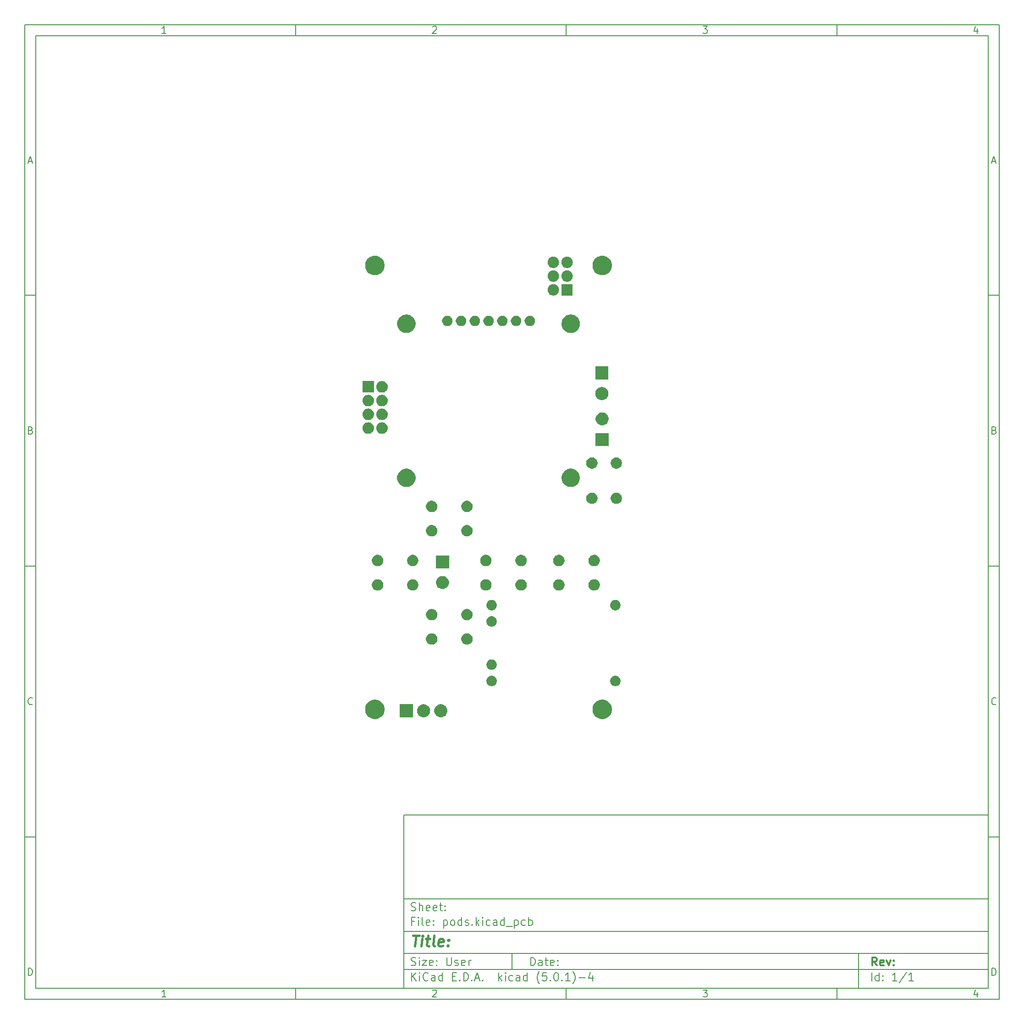
<source format=gbr>
G04 #@! TF.GenerationSoftware,KiCad,Pcbnew,(5.0.1)-4*
G04 #@! TF.CreationDate,2018-12-14T16:01:06+02:00*
G04 #@! TF.ProjectId,pods,706F64732E6B696361645F7063620000,rev?*
G04 #@! TF.SameCoordinates,Original*
G04 #@! TF.FileFunction,Soldermask,Top*
G04 #@! TF.FilePolarity,Negative*
%FSLAX46Y46*%
G04 Gerber Fmt 4.6, Leading zero omitted, Abs format (unit mm)*
G04 Created by KiCad (PCBNEW (5.0.1)-4) date 2018-12-14 16:01:06*
%MOMM*%
%LPD*%
G01*
G04 APERTURE LIST*
%ADD10C,0.100000*%
%ADD11C,0.150000*%
%ADD12C,0.300000*%
%ADD13C,0.400000*%
G04 APERTURE END LIST*
D10*
D11*
X79999600Y-155999600D02*
X79999600Y-187999600D01*
X187999600Y-187999600D01*
X187999600Y-155999600D01*
X79999600Y-155999600D01*
D10*
D11*
X10000000Y-10000000D02*
X10000000Y-189999600D01*
X189999600Y-189999600D01*
X189999600Y-10000000D01*
X10000000Y-10000000D01*
D10*
D11*
X12000000Y-12000000D02*
X12000000Y-187999600D01*
X187999600Y-187999600D01*
X187999600Y-12000000D01*
X12000000Y-12000000D01*
D10*
D11*
X60000000Y-12000000D02*
X60000000Y-10000000D01*
D10*
D11*
X110000000Y-12000000D02*
X110000000Y-10000000D01*
D10*
D11*
X160000000Y-12000000D02*
X160000000Y-10000000D01*
D10*
D11*
X36065476Y-11588095D02*
X35322619Y-11588095D01*
X35694047Y-11588095D02*
X35694047Y-10288095D01*
X35570238Y-10473809D01*
X35446428Y-10597619D01*
X35322619Y-10659523D01*
D10*
D11*
X85322619Y-10411904D02*
X85384523Y-10350000D01*
X85508333Y-10288095D01*
X85817857Y-10288095D01*
X85941666Y-10350000D01*
X86003571Y-10411904D01*
X86065476Y-10535714D01*
X86065476Y-10659523D01*
X86003571Y-10845238D01*
X85260714Y-11588095D01*
X86065476Y-11588095D01*
D10*
D11*
X135260714Y-10288095D02*
X136065476Y-10288095D01*
X135632142Y-10783333D01*
X135817857Y-10783333D01*
X135941666Y-10845238D01*
X136003571Y-10907142D01*
X136065476Y-11030952D01*
X136065476Y-11340476D01*
X136003571Y-11464285D01*
X135941666Y-11526190D01*
X135817857Y-11588095D01*
X135446428Y-11588095D01*
X135322619Y-11526190D01*
X135260714Y-11464285D01*
D10*
D11*
X185941666Y-10721428D02*
X185941666Y-11588095D01*
X185632142Y-10226190D02*
X185322619Y-11154761D01*
X186127380Y-11154761D01*
D10*
D11*
X60000000Y-187999600D02*
X60000000Y-189999600D01*
D10*
D11*
X110000000Y-187999600D02*
X110000000Y-189999600D01*
D10*
D11*
X160000000Y-187999600D02*
X160000000Y-189999600D01*
D10*
D11*
X36065476Y-189587695D02*
X35322619Y-189587695D01*
X35694047Y-189587695D02*
X35694047Y-188287695D01*
X35570238Y-188473409D01*
X35446428Y-188597219D01*
X35322619Y-188659123D01*
D10*
D11*
X85322619Y-188411504D02*
X85384523Y-188349600D01*
X85508333Y-188287695D01*
X85817857Y-188287695D01*
X85941666Y-188349600D01*
X86003571Y-188411504D01*
X86065476Y-188535314D01*
X86065476Y-188659123D01*
X86003571Y-188844838D01*
X85260714Y-189587695D01*
X86065476Y-189587695D01*
D10*
D11*
X135260714Y-188287695D02*
X136065476Y-188287695D01*
X135632142Y-188782933D01*
X135817857Y-188782933D01*
X135941666Y-188844838D01*
X136003571Y-188906742D01*
X136065476Y-189030552D01*
X136065476Y-189340076D01*
X136003571Y-189463885D01*
X135941666Y-189525790D01*
X135817857Y-189587695D01*
X135446428Y-189587695D01*
X135322619Y-189525790D01*
X135260714Y-189463885D01*
D10*
D11*
X185941666Y-188721028D02*
X185941666Y-189587695D01*
X185632142Y-188225790D02*
X185322619Y-189154361D01*
X186127380Y-189154361D01*
D10*
D11*
X10000000Y-60000000D02*
X12000000Y-60000000D01*
D10*
D11*
X10000000Y-110000000D02*
X12000000Y-110000000D01*
D10*
D11*
X10000000Y-160000000D02*
X12000000Y-160000000D01*
D10*
D11*
X10690476Y-35216666D02*
X11309523Y-35216666D01*
X10566666Y-35588095D02*
X11000000Y-34288095D01*
X11433333Y-35588095D01*
D10*
D11*
X11092857Y-84907142D02*
X11278571Y-84969047D01*
X11340476Y-85030952D01*
X11402380Y-85154761D01*
X11402380Y-85340476D01*
X11340476Y-85464285D01*
X11278571Y-85526190D01*
X11154761Y-85588095D01*
X10659523Y-85588095D01*
X10659523Y-84288095D01*
X11092857Y-84288095D01*
X11216666Y-84350000D01*
X11278571Y-84411904D01*
X11340476Y-84535714D01*
X11340476Y-84659523D01*
X11278571Y-84783333D01*
X11216666Y-84845238D01*
X11092857Y-84907142D01*
X10659523Y-84907142D01*
D10*
D11*
X11402380Y-135464285D02*
X11340476Y-135526190D01*
X11154761Y-135588095D01*
X11030952Y-135588095D01*
X10845238Y-135526190D01*
X10721428Y-135402380D01*
X10659523Y-135278571D01*
X10597619Y-135030952D01*
X10597619Y-134845238D01*
X10659523Y-134597619D01*
X10721428Y-134473809D01*
X10845238Y-134350000D01*
X11030952Y-134288095D01*
X11154761Y-134288095D01*
X11340476Y-134350000D01*
X11402380Y-134411904D01*
D10*
D11*
X10659523Y-185588095D02*
X10659523Y-184288095D01*
X10969047Y-184288095D01*
X11154761Y-184350000D01*
X11278571Y-184473809D01*
X11340476Y-184597619D01*
X11402380Y-184845238D01*
X11402380Y-185030952D01*
X11340476Y-185278571D01*
X11278571Y-185402380D01*
X11154761Y-185526190D01*
X10969047Y-185588095D01*
X10659523Y-185588095D01*
D10*
D11*
X189999600Y-60000000D02*
X187999600Y-60000000D01*
D10*
D11*
X189999600Y-110000000D02*
X187999600Y-110000000D01*
D10*
D11*
X189999600Y-160000000D02*
X187999600Y-160000000D01*
D10*
D11*
X188690076Y-35216666D02*
X189309123Y-35216666D01*
X188566266Y-35588095D02*
X188999600Y-34288095D01*
X189432933Y-35588095D01*
D10*
D11*
X189092457Y-84907142D02*
X189278171Y-84969047D01*
X189340076Y-85030952D01*
X189401980Y-85154761D01*
X189401980Y-85340476D01*
X189340076Y-85464285D01*
X189278171Y-85526190D01*
X189154361Y-85588095D01*
X188659123Y-85588095D01*
X188659123Y-84288095D01*
X189092457Y-84288095D01*
X189216266Y-84350000D01*
X189278171Y-84411904D01*
X189340076Y-84535714D01*
X189340076Y-84659523D01*
X189278171Y-84783333D01*
X189216266Y-84845238D01*
X189092457Y-84907142D01*
X188659123Y-84907142D01*
D10*
D11*
X189401980Y-135464285D02*
X189340076Y-135526190D01*
X189154361Y-135588095D01*
X189030552Y-135588095D01*
X188844838Y-135526190D01*
X188721028Y-135402380D01*
X188659123Y-135278571D01*
X188597219Y-135030952D01*
X188597219Y-134845238D01*
X188659123Y-134597619D01*
X188721028Y-134473809D01*
X188844838Y-134350000D01*
X189030552Y-134288095D01*
X189154361Y-134288095D01*
X189340076Y-134350000D01*
X189401980Y-134411904D01*
D10*
D11*
X188659123Y-185588095D02*
X188659123Y-184288095D01*
X188968647Y-184288095D01*
X189154361Y-184350000D01*
X189278171Y-184473809D01*
X189340076Y-184597619D01*
X189401980Y-184845238D01*
X189401980Y-185030952D01*
X189340076Y-185278571D01*
X189278171Y-185402380D01*
X189154361Y-185526190D01*
X188968647Y-185588095D01*
X188659123Y-185588095D01*
D10*
D11*
X103431742Y-183778171D02*
X103431742Y-182278171D01*
X103788885Y-182278171D01*
X104003171Y-182349600D01*
X104146028Y-182492457D01*
X104217457Y-182635314D01*
X104288885Y-182921028D01*
X104288885Y-183135314D01*
X104217457Y-183421028D01*
X104146028Y-183563885D01*
X104003171Y-183706742D01*
X103788885Y-183778171D01*
X103431742Y-183778171D01*
X105574600Y-183778171D02*
X105574600Y-182992457D01*
X105503171Y-182849600D01*
X105360314Y-182778171D01*
X105074600Y-182778171D01*
X104931742Y-182849600D01*
X105574600Y-183706742D02*
X105431742Y-183778171D01*
X105074600Y-183778171D01*
X104931742Y-183706742D01*
X104860314Y-183563885D01*
X104860314Y-183421028D01*
X104931742Y-183278171D01*
X105074600Y-183206742D01*
X105431742Y-183206742D01*
X105574600Y-183135314D01*
X106074600Y-182778171D02*
X106646028Y-182778171D01*
X106288885Y-182278171D02*
X106288885Y-183563885D01*
X106360314Y-183706742D01*
X106503171Y-183778171D01*
X106646028Y-183778171D01*
X107717457Y-183706742D02*
X107574600Y-183778171D01*
X107288885Y-183778171D01*
X107146028Y-183706742D01*
X107074600Y-183563885D01*
X107074600Y-182992457D01*
X107146028Y-182849600D01*
X107288885Y-182778171D01*
X107574600Y-182778171D01*
X107717457Y-182849600D01*
X107788885Y-182992457D01*
X107788885Y-183135314D01*
X107074600Y-183278171D01*
X108431742Y-183635314D02*
X108503171Y-183706742D01*
X108431742Y-183778171D01*
X108360314Y-183706742D01*
X108431742Y-183635314D01*
X108431742Y-183778171D01*
X108431742Y-182849600D02*
X108503171Y-182921028D01*
X108431742Y-182992457D01*
X108360314Y-182921028D01*
X108431742Y-182849600D01*
X108431742Y-182992457D01*
D10*
D11*
X79999600Y-184499600D02*
X187999600Y-184499600D01*
D10*
D11*
X81431742Y-186578171D02*
X81431742Y-185078171D01*
X82288885Y-186578171D02*
X81646028Y-185721028D01*
X82288885Y-185078171D02*
X81431742Y-185935314D01*
X82931742Y-186578171D02*
X82931742Y-185578171D01*
X82931742Y-185078171D02*
X82860314Y-185149600D01*
X82931742Y-185221028D01*
X83003171Y-185149600D01*
X82931742Y-185078171D01*
X82931742Y-185221028D01*
X84503171Y-186435314D02*
X84431742Y-186506742D01*
X84217457Y-186578171D01*
X84074600Y-186578171D01*
X83860314Y-186506742D01*
X83717457Y-186363885D01*
X83646028Y-186221028D01*
X83574600Y-185935314D01*
X83574600Y-185721028D01*
X83646028Y-185435314D01*
X83717457Y-185292457D01*
X83860314Y-185149600D01*
X84074600Y-185078171D01*
X84217457Y-185078171D01*
X84431742Y-185149600D01*
X84503171Y-185221028D01*
X85788885Y-186578171D02*
X85788885Y-185792457D01*
X85717457Y-185649600D01*
X85574600Y-185578171D01*
X85288885Y-185578171D01*
X85146028Y-185649600D01*
X85788885Y-186506742D02*
X85646028Y-186578171D01*
X85288885Y-186578171D01*
X85146028Y-186506742D01*
X85074600Y-186363885D01*
X85074600Y-186221028D01*
X85146028Y-186078171D01*
X85288885Y-186006742D01*
X85646028Y-186006742D01*
X85788885Y-185935314D01*
X87146028Y-186578171D02*
X87146028Y-185078171D01*
X87146028Y-186506742D02*
X87003171Y-186578171D01*
X86717457Y-186578171D01*
X86574600Y-186506742D01*
X86503171Y-186435314D01*
X86431742Y-186292457D01*
X86431742Y-185863885D01*
X86503171Y-185721028D01*
X86574600Y-185649600D01*
X86717457Y-185578171D01*
X87003171Y-185578171D01*
X87146028Y-185649600D01*
X89003171Y-185792457D02*
X89503171Y-185792457D01*
X89717457Y-186578171D02*
X89003171Y-186578171D01*
X89003171Y-185078171D01*
X89717457Y-185078171D01*
X90360314Y-186435314D02*
X90431742Y-186506742D01*
X90360314Y-186578171D01*
X90288885Y-186506742D01*
X90360314Y-186435314D01*
X90360314Y-186578171D01*
X91074600Y-186578171D02*
X91074600Y-185078171D01*
X91431742Y-185078171D01*
X91646028Y-185149600D01*
X91788885Y-185292457D01*
X91860314Y-185435314D01*
X91931742Y-185721028D01*
X91931742Y-185935314D01*
X91860314Y-186221028D01*
X91788885Y-186363885D01*
X91646028Y-186506742D01*
X91431742Y-186578171D01*
X91074600Y-186578171D01*
X92574600Y-186435314D02*
X92646028Y-186506742D01*
X92574600Y-186578171D01*
X92503171Y-186506742D01*
X92574600Y-186435314D01*
X92574600Y-186578171D01*
X93217457Y-186149600D02*
X93931742Y-186149600D01*
X93074600Y-186578171D02*
X93574600Y-185078171D01*
X94074600Y-186578171D01*
X94574600Y-186435314D02*
X94646028Y-186506742D01*
X94574600Y-186578171D01*
X94503171Y-186506742D01*
X94574600Y-186435314D01*
X94574600Y-186578171D01*
X97574600Y-186578171D02*
X97574600Y-185078171D01*
X97717457Y-186006742D02*
X98146028Y-186578171D01*
X98146028Y-185578171D02*
X97574600Y-186149600D01*
X98788885Y-186578171D02*
X98788885Y-185578171D01*
X98788885Y-185078171D02*
X98717457Y-185149600D01*
X98788885Y-185221028D01*
X98860314Y-185149600D01*
X98788885Y-185078171D01*
X98788885Y-185221028D01*
X100146028Y-186506742D02*
X100003171Y-186578171D01*
X99717457Y-186578171D01*
X99574600Y-186506742D01*
X99503171Y-186435314D01*
X99431742Y-186292457D01*
X99431742Y-185863885D01*
X99503171Y-185721028D01*
X99574600Y-185649600D01*
X99717457Y-185578171D01*
X100003171Y-185578171D01*
X100146028Y-185649600D01*
X101431742Y-186578171D02*
X101431742Y-185792457D01*
X101360314Y-185649600D01*
X101217457Y-185578171D01*
X100931742Y-185578171D01*
X100788885Y-185649600D01*
X101431742Y-186506742D02*
X101288885Y-186578171D01*
X100931742Y-186578171D01*
X100788885Y-186506742D01*
X100717457Y-186363885D01*
X100717457Y-186221028D01*
X100788885Y-186078171D01*
X100931742Y-186006742D01*
X101288885Y-186006742D01*
X101431742Y-185935314D01*
X102788885Y-186578171D02*
X102788885Y-185078171D01*
X102788885Y-186506742D02*
X102646028Y-186578171D01*
X102360314Y-186578171D01*
X102217457Y-186506742D01*
X102146028Y-186435314D01*
X102074600Y-186292457D01*
X102074600Y-185863885D01*
X102146028Y-185721028D01*
X102217457Y-185649600D01*
X102360314Y-185578171D01*
X102646028Y-185578171D01*
X102788885Y-185649600D01*
X105074600Y-187149600D02*
X105003171Y-187078171D01*
X104860314Y-186863885D01*
X104788885Y-186721028D01*
X104717457Y-186506742D01*
X104646028Y-186149600D01*
X104646028Y-185863885D01*
X104717457Y-185506742D01*
X104788885Y-185292457D01*
X104860314Y-185149600D01*
X105003171Y-184935314D01*
X105074600Y-184863885D01*
X106360314Y-185078171D02*
X105646028Y-185078171D01*
X105574600Y-185792457D01*
X105646028Y-185721028D01*
X105788885Y-185649600D01*
X106146028Y-185649600D01*
X106288885Y-185721028D01*
X106360314Y-185792457D01*
X106431742Y-185935314D01*
X106431742Y-186292457D01*
X106360314Y-186435314D01*
X106288885Y-186506742D01*
X106146028Y-186578171D01*
X105788885Y-186578171D01*
X105646028Y-186506742D01*
X105574600Y-186435314D01*
X107074600Y-186435314D02*
X107146028Y-186506742D01*
X107074600Y-186578171D01*
X107003171Y-186506742D01*
X107074600Y-186435314D01*
X107074600Y-186578171D01*
X108074600Y-185078171D02*
X108217457Y-185078171D01*
X108360314Y-185149600D01*
X108431742Y-185221028D01*
X108503171Y-185363885D01*
X108574600Y-185649600D01*
X108574600Y-186006742D01*
X108503171Y-186292457D01*
X108431742Y-186435314D01*
X108360314Y-186506742D01*
X108217457Y-186578171D01*
X108074600Y-186578171D01*
X107931742Y-186506742D01*
X107860314Y-186435314D01*
X107788885Y-186292457D01*
X107717457Y-186006742D01*
X107717457Y-185649600D01*
X107788885Y-185363885D01*
X107860314Y-185221028D01*
X107931742Y-185149600D01*
X108074600Y-185078171D01*
X109217457Y-186435314D02*
X109288885Y-186506742D01*
X109217457Y-186578171D01*
X109146028Y-186506742D01*
X109217457Y-186435314D01*
X109217457Y-186578171D01*
X110717457Y-186578171D02*
X109860314Y-186578171D01*
X110288885Y-186578171D02*
X110288885Y-185078171D01*
X110146028Y-185292457D01*
X110003171Y-185435314D01*
X109860314Y-185506742D01*
X111217457Y-187149600D02*
X111288885Y-187078171D01*
X111431742Y-186863885D01*
X111503171Y-186721028D01*
X111574600Y-186506742D01*
X111646028Y-186149600D01*
X111646028Y-185863885D01*
X111574600Y-185506742D01*
X111503171Y-185292457D01*
X111431742Y-185149600D01*
X111288885Y-184935314D01*
X111217457Y-184863885D01*
X112360314Y-186006742D02*
X113503171Y-186006742D01*
X114860314Y-185578171D02*
X114860314Y-186578171D01*
X114503171Y-185006742D02*
X114146028Y-186078171D01*
X115074600Y-186078171D01*
D10*
D11*
X79999600Y-181499600D02*
X187999600Y-181499600D01*
D10*
D12*
X167408885Y-183778171D02*
X166908885Y-183063885D01*
X166551742Y-183778171D02*
X166551742Y-182278171D01*
X167123171Y-182278171D01*
X167266028Y-182349600D01*
X167337457Y-182421028D01*
X167408885Y-182563885D01*
X167408885Y-182778171D01*
X167337457Y-182921028D01*
X167266028Y-182992457D01*
X167123171Y-183063885D01*
X166551742Y-183063885D01*
X168623171Y-183706742D02*
X168480314Y-183778171D01*
X168194600Y-183778171D01*
X168051742Y-183706742D01*
X167980314Y-183563885D01*
X167980314Y-182992457D01*
X168051742Y-182849600D01*
X168194600Y-182778171D01*
X168480314Y-182778171D01*
X168623171Y-182849600D01*
X168694600Y-182992457D01*
X168694600Y-183135314D01*
X167980314Y-183278171D01*
X169194600Y-182778171D02*
X169551742Y-183778171D01*
X169908885Y-182778171D01*
X170480314Y-183635314D02*
X170551742Y-183706742D01*
X170480314Y-183778171D01*
X170408885Y-183706742D01*
X170480314Y-183635314D01*
X170480314Y-183778171D01*
X170480314Y-182849600D02*
X170551742Y-182921028D01*
X170480314Y-182992457D01*
X170408885Y-182921028D01*
X170480314Y-182849600D01*
X170480314Y-182992457D01*
D10*
D11*
X81360314Y-183706742D02*
X81574600Y-183778171D01*
X81931742Y-183778171D01*
X82074600Y-183706742D01*
X82146028Y-183635314D01*
X82217457Y-183492457D01*
X82217457Y-183349600D01*
X82146028Y-183206742D01*
X82074600Y-183135314D01*
X81931742Y-183063885D01*
X81646028Y-182992457D01*
X81503171Y-182921028D01*
X81431742Y-182849600D01*
X81360314Y-182706742D01*
X81360314Y-182563885D01*
X81431742Y-182421028D01*
X81503171Y-182349600D01*
X81646028Y-182278171D01*
X82003171Y-182278171D01*
X82217457Y-182349600D01*
X82860314Y-183778171D02*
X82860314Y-182778171D01*
X82860314Y-182278171D02*
X82788885Y-182349600D01*
X82860314Y-182421028D01*
X82931742Y-182349600D01*
X82860314Y-182278171D01*
X82860314Y-182421028D01*
X83431742Y-182778171D02*
X84217457Y-182778171D01*
X83431742Y-183778171D01*
X84217457Y-183778171D01*
X85360314Y-183706742D02*
X85217457Y-183778171D01*
X84931742Y-183778171D01*
X84788885Y-183706742D01*
X84717457Y-183563885D01*
X84717457Y-182992457D01*
X84788885Y-182849600D01*
X84931742Y-182778171D01*
X85217457Y-182778171D01*
X85360314Y-182849600D01*
X85431742Y-182992457D01*
X85431742Y-183135314D01*
X84717457Y-183278171D01*
X86074600Y-183635314D02*
X86146028Y-183706742D01*
X86074600Y-183778171D01*
X86003171Y-183706742D01*
X86074600Y-183635314D01*
X86074600Y-183778171D01*
X86074600Y-182849600D02*
X86146028Y-182921028D01*
X86074600Y-182992457D01*
X86003171Y-182921028D01*
X86074600Y-182849600D01*
X86074600Y-182992457D01*
X87931742Y-182278171D02*
X87931742Y-183492457D01*
X88003171Y-183635314D01*
X88074600Y-183706742D01*
X88217457Y-183778171D01*
X88503171Y-183778171D01*
X88646028Y-183706742D01*
X88717457Y-183635314D01*
X88788885Y-183492457D01*
X88788885Y-182278171D01*
X89431742Y-183706742D02*
X89574600Y-183778171D01*
X89860314Y-183778171D01*
X90003171Y-183706742D01*
X90074600Y-183563885D01*
X90074600Y-183492457D01*
X90003171Y-183349600D01*
X89860314Y-183278171D01*
X89646028Y-183278171D01*
X89503171Y-183206742D01*
X89431742Y-183063885D01*
X89431742Y-182992457D01*
X89503171Y-182849600D01*
X89646028Y-182778171D01*
X89860314Y-182778171D01*
X90003171Y-182849600D01*
X91288885Y-183706742D02*
X91146028Y-183778171D01*
X90860314Y-183778171D01*
X90717457Y-183706742D01*
X90646028Y-183563885D01*
X90646028Y-182992457D01*
X90717457Y-182849600D01*
X90860314Y-182778171D01*
X91146028Y-182778171D01*
X91288885Y-182849600D01*
X91360314Y-182992457D01*
X91360314Y-183135314D01*
X90646028Y-183278171D01*
X92003171Y-183778171D02*
X92003171Y-182778171D01*
X92003171Y-183063885D02*
X92074600Y-182921028D01*
X92146028Y-182849600D01*
X92288885Y-182778171D01*
X92431742Y-182778171D01*
D10*
D11*
X166431742Y-186578171D02*
X166431742Y-185078171D01*
X167788885Y-186578171D02*
X167788885Y-185078171D01*
X167788885Y-186506742D02*
X167646028Y-186578171D01*
X167360314Y-186578171D01*
X167217457Y-186506742D01*
X167146028Y-186435314D01*
X167074600Y-186292457D01*
X167074600Y-185863885D01*
X167146028Y-185721028D01*
X167217457Y-185649600D01*
X167360314Y-185578171D01*
X167646028Y-185578171D01*
X167788885Y-185649600D01*
X168503171Y-186435314D02*
X168574600Y-186506742D01*
X168503171Y-186578171D01*
X168431742Y-186506742D01*
X168503171Y-186435314D01*
X168503171Y-186578171D01*
X168503171Y-185649600D02*
X168574600Y-185721028D01*
X168503171Y-185792457D01*
X168431742Y-185721028D01*
X168503171Y-185649600D01*
X168503171Y-185792457D01*
X171146028Y-186578171D02*
X170288885Y-186578171D01*
X170717457Y-186578171D02*
X170717457Y-185078171D01*
X170574600Y-185292457D01*
X170431742Y-185435314D01*
X170288885Y-185506742D01*
X172860314Y-185006742D02*
X171574600Y-186935314D01*
X174146028Y-186578171D02*
X173288885Y-186578171D01*
X173717457Y-186578171D02*
X173717457Y-185078171D01*
X173574600Y-185292457D01*
X173431742Y-185435314D01*
X173288885Y-185506742D01*
D10*
D11*
X79999600Y-177499600D02*
X187999600Y-177499600D01*
D10*
D13*
X81711980Y-178204361D02*
X82854838Y-178204361D01*
X82033409Y-180204361D02*
X82283409Y-178204361D01*
X83271504Y-180204361D02*
X83438171Y-178871028D01*
X83521504Y-178204361D02*
X83414361Y-178299600D01*
X83497695Y-178394838D01*
X83604838Y-178299600D01*
X83521504Y-178204361D01*
X83497695Y-178394838D01*
X84104838Y-178871028D02*
X84866742Y-178871028D01*
X84473885Y-178204361D02*
X84259600Y-179918647D01*
X84331028Y-180109123D01*
X84509600Y-180204361D01*
X84700076Y-180204361D01*
X85652457Y-180204361D02*
X85473885Y-180109123D01*
X85402457Y-179918647D01*
X85616742Y-178204361D01*
X87188171Y-180109123D02*
X86985790Y-180204361D01*
X86604838Y-180204361D01*
X86426266Y-180109123D01*
X86354838Y-179918647D01*
X86450076Y-179156742D01*
X86569123Y-178966266D01*
X86771504Y-178871028D01*
X87152457Y-178871028D01*
X87331028Y-178966266D01*
X87402457Y-179156742D01*
X87378647Y-179347219D01*
X86402457Y-179537695D01*
X88152457Y-180013885D02*
X88235790Y-180109123D01*
X88128647Y-180204361D01*
X88045314Y-180109123D01*
X88152457Y-180013885D01*
X88128647Y-180204361D01*
X88283409Y-178966266D02*
X88366742Y-179061504D01*
X88259600Y-179156742D01*
X88176266Y-179061504D01*
X88283409Y-178966266D01*
X88259600Y-179156742D01*
D10*
D11*
X81931742Y-175592457D02*
X81431742Y-175592457D01*
X81431742Y-176378171D02*
X81431742Y-174878171D01*
X82146028Y-174878171D01*
X82717457Y-176378171D02*
X82717457Y-175378171D01*
X82717457Y-174878171D02*
X82646028Y-174949600D01*
X82717457Y-175021028D01*
X82788885Y-174949600D01*
X82717457Y-174878171D01*
X82717457Y-175021028D01*
X83646028Y-176378171D02*
X83503171Y-176306742D01*
X83431742Y-176163885D01*
X83431742Y-174878171D01*
X84788885Y-176306742D02*
X84646028Y-176378171D01*
X84360314Y-176378171D01*
X84217457Y-176306742D01*
X84146028Y-176163885D01*
X84146028Y-175592457D01*
X84217457Y-175449600D01*
X84360314Y-175378171D01*
X84646028Y-175378171D01*
X84788885Y-175449600D01*
X84860314Y-175592457D01*
X84860314Y-175735314D01*
X84146028Y-175878171D01*
X85503171Y-176235314D02*
X85574600Y-176306742D01*
X85503171Y-176378171D01*
X85431742Y-176306742D01*
X85503171Y-176235314D01*
X85503171Y-176378171D01*
X85503171Y-175449600D02*
X85574600Y-175521028D01*
X85503171Y-175592457D01*
X85431742Y-175521028D01*
X85503171Y-175449600D01*
X85503171Y-175592457D01*
X87360314Y-175378171D02*
X87360314Y-176878171D01*
X87360314Y-175449600D02*
X87503171Y-175378171D01*
X87788885Y-175378171D01*
X87931742Y-175449600D01*
X88003171Y-175521028D01*
X88074600Y-175663885D01*
X88074600Y-176092457D01*
X88003171Y-176235314D01*
X87931742Y-176306742D01*
X87788885Y-176378171D01*
X87503171Y-176378171D01*
X87360314Y-176306742D01*
X88931742Y-176378171D02*
X88788885Y-176306742D01*
X88717457Y-176235314D01*
X88646028Y-176092457D01*
X88646028Y-175663885D01*
X88717457Y-175521028D01*
X88788885Y-175449600D01*
X88931742Y-175378171D01*
X89146028Y-175378171D01*
X89288885Y-175449600D01*
X89360314Y-175521028D01*
X89431742Y-175663885D01*
X89431742Y-176092457D01*
X89360314Y-176235314D01*
X89288885Y-176306742D01*
X89146028Y-176378171D01*
X88931742Y-176378171D01*
X90717457Y-176378171D02*
X90717457Y-174878171D01*
X90717457Y-176306742D02*
X90574600Y-176378171D01*
X90288885Y-176378171D01*
X90146028Y-176306742D01*
X90074600Y-176235314D01*
X90003171Y-176092457D01*
X90003171Y-175663885D01*
X90074600Y-175521028D01*
X90146028Y-175449600D01*
X90288885Y-175378171D01*
X90574600Y-175378171D01*
X90717457Y-175449600D01*
X91360314Y-176306742D02*
X91503171Y-176378171D01*
X91788885Y-176378171D01*
X91931742Y-176306742D01*
X92003171Y-176163885D01*
X92003171Y-176092457D01*
X91931742Y-175949600D01*
X91788885Y-175878171D01*
X91574600Y-175878171D01*
X91431742Y-175806742D01*
X91360314Y-175663885D01*
X91360314Y-175592457D01*
X91431742Y-175449600D01*
X91574600Y-175378171D01*
X91788885Y-175378171D01*
X91931742Y-175449600D01*
X92646028Y-176235314D02*
X92717457Y-176306742D01*
X92646028Y-176378171D01*
X92574600Y-176306742D01*
X92646028Y-176235314D01*
X92646028Y-176378171D01*
X93360314Y-176378171D02*
X93360314Y-174878171D01*
X93503171Y-175806742D02*
X93931742Y-176378171D01*
X93931742Y-175378171D02*
X93360314Y-175949600D01*
X94574600Y-176378171D02*
X94574600Y-175378171D01*
X94574600Y-174878171D02*
X94503171Y-174949600D01*
X94574600Y-175021028D01*
X94646028Y-174949600D01*
X94574600Y-174878171D01*
X94574600Y-175021028D01*
X95931742Y-176306742D02*
X95788885Y-176378171D01*
X95503171Y-176378171D01*
X95360314Y-176306742D01*
X95288885Y-176235314D01*
X95217457Y-176092457D01*
X95217457Y-175663885D01*
X95288885Y-175521028D01*
X95360314Y-175449600D01*
X95503171Y-175378171D01*
X95788885Y-175378171D01*
X95931742Y-175449600D01*
X97217457Y-176378171D02*
X97217457Y-175592457D01*
X97146028Y-175449600D01*
X97003171Y-175378171D01*
X96717457Y-175378171D01*
X96574600Y-175449600D01*
X97217457Y-176306742D02*
X97074600Y-176378171D01*
X96717457Y-176378171D01*
X96574600Y-176306742D01*
X96503171Y-176163885D01*
X96503171Y-176021028D01*
X96574600Y-175878171D01*
X96717457Y-175806742D01*
X97074600Y-175806742D01*
X97217457Y-175735314D01*
X98574600Y-176378171D02*
X98574600Y-174878171D01*
X98574600Y-176306742D02*
X98431742Y-176378171D01*
X98146028Y-176378171D01*
X98003171Y-176306742D01*
X97931742Y-176235314D01*
X97860314Y-176092457D01*
X97860314Y-175663885D01*
X97931742Y-175521028D01*
X98003171Y-175449600D01*
X98146028Y-175378171D01*
X98431742Y-175378171D01*
X98574600Y-175449600D01*
X98931742Y-176521028D02*
X100074600Y-176521028D01*
X100431742Y-175378171D02*
X100431742Y-176878171D01*
X100431742Y-175449600D02*
X100574600Y-175378171D01*
X100860314Y-175378171D01*
X101003171Y-175449600D01*
X101074600Y-175521028D01*
X101146028Y-175663885D01*
X101146028Y-176092457D01*
X101074600Y-176235314D01*
X101003171Y-176306742D01*
X100860314Y-176378171D01*
X100574600Y-176378171D01*
X100431742Y-176306742D01*
X102431742Y-176306742D02*
X102288885Y-176378171D01*
X102003171Y-176378171D01*
X101860314Y-176306742D01*
X101788885Y-176235314D01*
X101717457Y-176092457D01*
X101717457Y-175663885D01*
X101788885Y-175521028D01*
X101860314Y-175449600D01*
X102003171Y-175378171D01*
X102288885Y-175378171D01*
X102431742Y-175449600D01*
X103074600Y-176378171D02*
X103074600Y-174878171D01*
X103074600Y-175449600D02*
X103217457Y-175378171D01*
X103503171Y-175378171D01*
X103646028Y-175449600D01*
X103717457Y-175521028D01*
X103788885Y-175663885D01*
X103788885Y-176092457D01*
X103717457Y-176235314D01*
X103646028Y-176306742D01*
X103503171Y-176378171D01*
X103217457Y-176378171D01*
X103074600Y-176306742D01*
D10*
D11*
X79999600Y-171499600D02*
X187999600Y-171499600D01*
D10*
D11*
X81360314Y-173606742D02*
X81574600Y-173678171D01*
X81931742Y-173678171D01*
X82074600Y-173606742D01*
X82146028Y-173535314D01*
X82217457Y-173392457D01*
X82217457Y-173249600D01*
X82146028Y-173106742D01*
X82074600Y-173035314D01*
X81931742Y-172963885D01*
X81646028Y-172892457D01*
X81503171Y-172821028D01*
X81431742Y-172749600D01*
X81360314Y-172606742D01*
X81360314Y-172463885D01*
X81431742Y-172321028D01*
X81503171Y-172249600D01*
X81646028Y-172178171D01*
X82003171Y-172178171D01*
X82217457Y-172249600D01*
X82860314Y-173678171D02*
X82860314Y-172178171D01*
X83503171Y-173678171D02*
X83503171Y-172892457D01*
X83431742Y-172749600D01*
X83288885Y-172678171D01*
X83074600Y-172678171D01*
X82931742Y-172749600D01*
X82860314Y-172821028D01*
X84788885Y-173606742D02*
X84646028Y-173678171D01*
X84360314Y-173678171D01*
X84217457Y-173606742D01*
X84146028Y-173463885D01*
X84146028Y-172892457D01*
X84217457Y-172749600D01*
X84360314Y-172678171D01*
X84646028Y-172678171D01*
X84788885Y-172749600D01*
X84860314Y-172892457D01*
X84860314Y-173035314D01*
X84146028Y-173178171D01*
X86074600Y-173606742D02*
X85931742Y-173678171D01*
X85646028Y-173678171D01*
X85503171Y-173606742D01*
X85431742Y-173463885D01*
X85431742Y-172892457D01*
X85503171Y-172749600D01*
X85646028Y-172678171D01*
X85931742Y-172678171D01*
X86074600Y-172749600D01*
X86146028Y-172892457D01*
X86146028Y-173035314D01*
X85431742Y-173178171D01*
X86574600Y-172678171D02*
X87146028Y-172678171D01*
X86788885Y-172178171D02*
X86788885Y-173463885D01*
X86860314Y-173606742D01*
X87003171Y-173678171D01*
X87146028Y-173678171D01*
X87646028Y-173535314D02*
X87717457Y-173606742D01*
X87646028Y-173678171D01*
X87574600Y-173606742D01*
X87646028Y-173535314D01*
X87646028Y-173678171D01*
X87646028Y-172749600D02*
X87717457Y-172821028D01*
X87646028Y-172892457D01*
X87574600Y-172821028D01*
X87646028Y-172749600D01*
X87646028Y-172892457D01*
D10*
D11*
X99999600Y-181499600D02*
X99999600Y-184499600D01*
D10*
D11*
X163999600Y-181499600D02*
X163999600Y-187999600D01*
D10*
G36*
X117069122Y-134706115D02*
X117185041Y-134729173D01*
X117512620Y-134864861D01*
X117803511Y-135059228D01*
X117807436Y-135061851D01*
X118058149Y-135312564D01*
X118255140Y-135607382D01*
X118390827Y-135934960D01*
X118460000Y-136282714D01*
X118460000Y-136637286D01*
X118390827Y-136985040D01*
X118255140Y-137312618D01*
X118058149Y-137607436D01*
X117807436Y-137858149D01*
X117807433Y-137858151D01*
X117512620Y-138055139D01*
X117185041Y-138190827D01*
X117069122Y-138213885D01*
X116837286Y-138260000D01*
X116482714Y-138260000D01*
X116250878Y-138213885D01*
X116134959Y-138190827D01*
X115807380Y-138055139D01*
X115512567Y-137858151D01*
X115512564Y-137858149D01*
X115261851Y-137607436D01*
X115064860Y-137312618D01*
X114929173Y-136985040D01*
X114860000Y-136637286D01*
X114860000Y-136282714D01*
X114929173Y-135934960D01*
X115064860Y-135607382D01*
X115261851Y-135312564D01*
X115512564Y-135061851D01*
X115516489Y-135059228D01*
X115807380Y-134864861D01*
X116134959Y-134729173D01*
X116250878Y-134706115D01*
X116482714Y-134660000D01*
X116837286Y-134660000D01*
X117069122Y-134706115D01*
X117069122Y-134706115D01*
G37*
G36*
X75069122Y-134706115D02*
X75185041Y-134729173D01*
X75512620Y-134864861D01*
X75803511Y-135059228D01*
X75807436Y-135061851D01*
X76058149Y-135312564D01*
X76255140Y-135607382D01*
X76390827Y-135934960D01*
X76460000Y-136282714D01*
X76460000Y-136637286D01*
X76390827Y-136985040D01*
X76255140Y-137312618D01*
X76058149Y-137607436D01*
X75807436Y-137858149D01*
X75807433Y-137858151D01*
X75512620Y-138055139D01*
X75185041Y-138190827D01*
X75069122Y-138213885D01*
X74837286Y-138260000D01*
X74482714Y-138260000D01*
X74250878Y-138213885D01*
X74134959Y-138190827D01*
X73807380Y-138055139D01*
X73512567Y-137858151D01*
X73512564Y-137858149D01*
X73261851Y-137607436D01*
X73064860Y-137312618D01*
X72929173Y-136985040D01*
X72860000Y-136637286D01*
X72860000Y-136282714D01*
X72929173Y-135934960D01*
X73064860Y-135607382D01*
X73261851Y-135312564D01*
X73512564Y-135061851D01*
X73516489Y-135059228D01*
X73807380Y-134864861D01*
X74134959Y-134729173D01*
X74250878Y-134706115D01*
X74482714Y-134660000D01*
X74837286Y-134660000D01*
X75069122Y-134706115D01*
X75069122Y-134706115D01*
G37*
G36*
X87184876Y-135556605D02*
X87403172Y-135647026D01*
X87599633Y-135778297D01*
X87766703Y-135945367D01*
X87897974Y-136141828D01*
X87988395Y-136360124D01*
X88034490Y-136591859D01*
X88034490Y-136828141D01*
X87988395Y-137059876D01*
X87897974Y-137278172D01*
X87766703Y-137474633D01*
X87599633Y-137641703D01*
X87403172Y-137772974D01*
X87184876Y-137863395D01*
X86953141Y-137909490D01*
X86716859Y-137909490D01*
X86485124Y-137863395D01*
X86266828Y-137772974D01*
X86070367Y-137641703D01*
X85903297Y-137474633D01*
X85772026Y-137278172D01*
X85681605Y-137059876D01*
X85635510Y-136828141D01*
X85635510Y-136591859D01*
X85681605Y-136360124D01*
X85772026Y-136141828D01*
X85903297Y-135945367D01*
X86070367Y-135778297D01*
X86266828Y-135647026D01*
X86485124Y-135556605D01*
X86716859Y-135510510D01*
X86953141Y-135510510D01*
X87184876Y-135556605D01*
X87184876Y-135556605D01*
G37*
G36*
X84009876Y-135556605D02*
X84228172Y-135647026D01*
X84424633Y-135778297D01*
X84591703Y-135945367D01*
X84722974Y-136141828D01*
X84813395Y-136360124D01*
X84859490Y-136591859D01*
X84859490Y-136828141D01*
X84813395Y-137059876D01*
X84722974Y-137278172D01*
X84591703Y-137474633D01*
X84424633Y-137641703D01*
X84228172Y-137772974D01*
X84009876Y-137863395D01*
X83778141Y-137909490D01*
X83541859Y-137909490D01*
X83310124Y-137863395D01*
X83091828Y-137772974D01*
X82895367Y-137641703D01*
X82728297Y-137474633D01*
X82597026Y-137278172D01*
X82506605Y-137059876D01*
X82460510Y-136828141D01*
X82460510Y-136591859D01*
X82506605Y-136360124D01*
X82597026Y-136141828D01*
X82728297Y-135945367D01*
X82895367Y-135778297D01*
X83091828Y-135647026D01*
X83310124Y-135556605D01*
X83541859Y-135510510D01*
X83778141Y-135510510D01*
X84009876Y-135556605D01*
X84009876Y-135556605D01*
G37*
G36*
X81684490Y-137909490D02*
X79285510Y-137909490D01*
X79285510Y-135510510D01*
X81684490Y-135510510D01*
X81684490Y-137909490D01*
X81684490Y-137909490D01*
G37*
G36*
X119370603Y-130284968D02*
X119370606Y-130284969D01*
X119370605Y-130284969D01*
X119545678Y-130357486D01*
X119545679Y-130357487D01*
X119703241Y-130462767D01*
X119837233Y-130596759D01*
X119837234Y-130596761D01*
X119942514Y-130754322D01*
X119998603Y-130889734D01*
X120015032Y-130929397D01*
X120052000Y-131115250D01*
X120052000Y-131304750D01*
X120015032Y-131490603D01*
X120015031Y-131490605D01*
X119942514Y-131665678D01*
X119942513Y-131665679D01*
X119837233Y-131823241D01*
X119703241Y-131957233D01*
X119623923Y-132010232D01*
X119545678Y-132062514D01*
X119410266Y-132118603D01*
X119370603Y-132135032D01*
X119184750Y-132172000D01*
X118995250Y-132172000D01*
X118809397Y-132135032D01*
X118769734Y-132118603D01*
X118634322Y-132062514D01*
X118556077Y-132010232D01*
X118476759Y-131957233D01*
X118342767Y-131823241D01*
X118237487Y-131665679D01*
X118237486Y-131665678D01*
X118164969Y-131490605D01*
X118164968Y-131490603D01*
X118128000Y-131304750D01*
X118128000Y-131115250D01*
X118164968Y-130929397D01*
X118181397Y-130889734D01*
X118237486Y-130754322D01*
X118342766Y-130596761D01*
X118342767Y-130596759D01*
X118476759Y-130462767D01*
X118634321Y-130357487D01*
X118634322Y-130357486D01*
X118809395Y-130284969D01*
X118809394Y-130284969D01*
X118809397Y-130284968D01*
X118995250Y-130248000D01*
X119184750Y-130248000D01*
X119370603Y-130284968D01*
X119370603Y-130284968D01*
G37*
G36*
X96510603Y-130284968D02*
X96510606Y-130284969D01*
X96510605Y-130284969D01*
X96685678Y-130357486D01*
X96685679Y-130357487D01*
X96843241Y-130462767D01*
X96977233Y-130596759D01*
X96977234Y-130596761D01*
X97082514Y-130754322D01*
X97138603Y-130889734D01*
X97155032Y-130929397D01*
X97192000Y-131115250D01*
X97192000Y-131304750D01*
X97155032Y-131490603D01*
X97155031Y-131490605D01*
X97082514Y-131665678D01*
X97082513Y-131665679D01*
X96977233Y-131823241D01*
X96843241Y-131957233D01*
X96763923Y-132010232D01*
X96685678Y-132062514D01*
X96550266Y-132118603D01*
X96510603Y-132135032D01*
X96324750Y-132172000D01*
X96135250Y-132172000D01*
X95949397Y-132135032D01*
X95909734Y-132118603D01*
X95774322Y-132062514D01*
X95696077Y-132010232D01*
X95616759Y-131957233D01*
X95482767Y-131823241D01*
X95377487Y-131665679D01*
X95377486Y-131665678D01*
X95304969Y-131490605D01*
X95304968Y-131490603D01*
X95268000Y-131304750D01*
X95268000Y-131115250D01*
X95304968Y-130929397D01*
X95321397Y-130889734D01*
X95377486Y-130754322D01*
X95482766Y-130596761D01*
X95482767Y-130596759D01*
X95616759Y-130462767D01*
X95774321Y-130357487D01*
X95774322Y-130357486D01*
X95949395Y-130284969D01*
X95949394Y-130284969D01*
X95949397Y-130284968D01*
X96135250Y-130248000D01*
X96324750Y-130248000D01*
X96510603Y-130284968D01*
X96510603Y-130284968D01*
G37*
G36*
X96510603Y-127284968D02*
X96510606Y-127284969D01*
X96510605Y-127284969D01*
X96685678Y-127357486D01*
X96685679Y-127357487D01*
X96843241Y-127462767D01*
X96977233Y-127596759D01*
X96977234Y-127596761D01*
X97082514Y-127754322D01*
X97138603Y-127889734D01*
X97155032Y-127929397D01*
X97192000Y-128115250D01*
X97192000Y-128304750D01*
X97155032Y-128490603D01*
X97155031Y-128490605D01*
X97082514Y-128665678D01*
X97082513Y-128665679D01*
X96977233Y-128823241D01*
X96843241Y-128957233D01*
X96763923Y-129010232D01*
X96685678Y-129062514D01*
X96550266Y-129118603D01*
X96510603Y-129135032D01*
X96324750Y-129172000D01*
X96135250Y-129172000D01*
X95949397Y-129135032D01*
X95909734Y-129118603D01*
X95774322Y-129062514D01*
X95696077Y-129010232D01*
X95616759Y-128957233D01*
X95482767Y-128823241D01*
X95377487Y-128665679D01*
X95377486Y-128665678D01*
X95304969Y-128490605D01*
X95304968Y-128490603D01*
X95268000Y-128304750D01*
X95268000Y-128115250D01*
X95304968Y-127929397D01*
X95321397Y-127889734D01*
X95377486Y-127754322D01*
X95482766Y-127596761D01*
X95482767Y-127596759D01*
X95616759Y-127462767D01*
X95774321Y-127357487D01*
X95774322Y-127357486D01*
X95949395Y-127284969D01*
X95949394Y-127284969D01*
X95949397Y-127284968D01*
X96135250Y-127248000D01*
X96324750Y-127248000D01*
X96510603Y-127284968D01*
X96510603Y-127284968D01*
G37*
G36*
X85285888Y-122414470D02*
X85466274Y-122450350D01*
X85657362Y-122529502D01*
X85829336Y-122644411D01*
X85975589Y-122790664D01*
X86090498Y-122962638D01*
X86169650Y-123153726D01*
X86210000Y-123356584D01*
X86210000Y-123563416D01*
X86169650Y-123766274D01*
X86090498Y-123957362D01*
X85975589Y-124129336D01*
X85829336Y-124275589D01*
X85657362Y-124390498D01*
X85466274Y-124469650D01*
X85285888Y-124505530D01*
X85263417Y-124510000D01*
X85056583Y-124510000D01*
X85034112Y-124505530D01*
X84853726Y-124469650D01*
X84662638Y-124390498D01*
X84490664Y-124275589D01*
X84344411Y-124129336D01*
X84229502Y-123957362D01*
X84150350Y-123766274D01*
X84110000Y-123563416D01*
X84110000Y-123356584D01*
X84150350Y-123153726D01*
X84229502Y-122962638D01*
X84344411Y-122790664D01*
X84490664Y-122644411D01*
X84662638Y-122529502D01*
X84853726Y-122450350D01*
X85034112Y-122414470D01*
X85056583Y-122410000D01*
X85263417Y-122410000D01*
X85285888Y-122414470D01*
X85285888Y-122414470D01*
G37*
G36*
X91785888Y-122414470D02*
X91966274Y-122450350D01*
X92157362Y-122529502D01*
X92329336Y-122644411D01*
X92475589Y-122790664D01*
X92590498Y-122962638D01*
X92669650Y-123153726D01*
X92710000Y-123356584D01*
X92710000Y-123563416D01*
X92669650Y-123766274D01*
X92590498Y-123957362D01*
X92475589Y-124129336D01*
X92329336Y-124275589D01*
X92157362Y-124390498D01*
X91966274Y-124469650D01*
X91785888Y-124505530D01*
X91763417Y-124510000D01*
X91556583Y-124510000D01*
X91534112Y-124505530D01*
X91353726Y-124469650D01*
X91162638Y-124390498D01*
X90990664Y-124275589D01*
X90844411Y-124129336D01*
X90729502Y-123957362D01*
X90650350Y-123766274D01*
X90610000Y-123563416D01*
X90610000Y-123356584D01*
X90650350Y-123153726D01*
X90729502Y-122962638D01*
X90844411Y-122790664D01*
X90990664Y-122644411D01*
X91162638Y-122529502D01*
X91353726Y-122450350D01*
X91534112Y-122414470D01*
X91556583Y-122410000D01*
X91763417Y-122410000D01*
X91785888Y-122414470D01*
X91785888Y-122414470D01*
G37*
G36*
X96510603Y-119284968D02*
X96510606Y-119284969D01*
X96510605Y-119284969D01*
X96685678Y-119357486D01*
X96685679Y-119357487D01*
X96843241Y-119462767D01*
X96977233Y-119596759D01*
X96977234Y-119596761D01*
X97082514Y-119754322D01*
X97091323Y-119775589D01*
X97155032Y-119929397D01*
X97192000Y-120115250D01*
X97192000Y-120304750D01*
X97155032Y-120490603D01*
X97155031Y-120490605D01*
X97082514Y-120665678D01*
X97082513Y-120665679D01*
X96977233Y-120823241D01*
X96843241Y-120957233D01*
X96763923Y-121010232D01*
X96685678Y-121062514D01*
X96550266Y-121118603D01*
X96510603Y-121135032D01*
X96324750Y-121172000D01*
X96135250Y-121172000D01*
X95949397Y-121135032D01*
X95909734Y-121118603D01*
X95774322Y-121062514D01*
X95696077Y-121010232D01*
X95616759Y-120957233D01*
X95482767Y-120823241D01*
X95377487Y-120665679D01*
X95377486Y-120665678D01*
X95304969Y-120490605D01*
X95304968Y-120490603D01*
X95268000Y-120304750D01*
X95268000Y-120115250D01*
X95304968Y-119929397D01*
X95368677Y-119775589D01*
X95377486Y-119754322D01*
X95482766Y-119596761D01*
X95482767Y-119596759D01*
X95616759Y-119462767D01*
X95774321Y-119357487D01*
X95774322Y-119357486D01*
X95949395Y-119284969D01*
X95949394Y-119284969D01*
X95949397Y-119284968D01*
X96135250Y-119248000D01*
X96324750Y-119248000D01*
X96510603Y-119284968D01*
X96510603Y-119284968D01*
G37*
G36*
X85285888Y-117914470D02*
X85466274Y-117950350D01*
X85657362Y-118029502D01*
X85829336Y-118144411D01*
X85975589Y-118290664D01*
X86090498Y-118462638D01*
X86169650Y-118653726D01*
X86210000Y-118856584D01*
X86210000Y-119063416D01*
X86169650Y-119266274D01*
X86090498Y-119457362D01*
X85975589Y-119629336D01*
X85829336Y-119775589D01*
X85657362Y-119890498D01*
X85466274Y-119969650D01*
X85285888Y-120005530D01*
X85263417Y-120010000D01*
X85056583Y-120010000D01*
X85034112Y-120005530D01*
X84853726Y-119969650D01*
X84662638Y-119890498D01*
X84490664Y-119775589D01*
X84344411Y-119629336D01*
X84229502Y-119457362D01*
X84150350Y-119266274D01*
X84110000Y-119063416D01*
X84110000Y-118856584D01*
X84150350Y-118653726D01*
X84229502Y-118462638D01*
X84344411Y-118290664D01*
X84490664Y-118144411D01*
X84662638Y-118029502D01*
X84853726Y-117950350D01*
X85034112Y-117914470D01*
X85056583Y-117910000D01*
X85263417Y-117910000D01*
X85285888Y-117914470D01*
X85285888Y-117914470D01*
G37*
G36*
X91785888Y-117914470D02*
X91966274Y-117950350D01*
X92157362Y-118029502D01*
X92329336Y-118144411D01*
X92475589Y-118290664D01*
X92590498Y-118462638D01*
X92669650Y-118653726D01*
X92710000Y-118856584D01*
X92710000Y-119063416D01*
X92669650Y-119266274D01*
X92590498Y-119457362D01*
X92475589Y-119629336D01*
X92329336Y-119775589D01*
X92157362Y-119890498D01*
X91966274Y-119969650D01*
X91785888Y-120005530D01*
X91763417Y-120010000D01*
X91556583Y-120010000D01*
X91534112Y-120005530D01*
X91353726Y-119969650D01*
X91162638Y-119890498D01*
X90990664Y-119775589D01*
X90844411Y-119629336D01*
X90729502Y-119457362D01*
X90650350Y-119266274D01*
X90610000Y-119063416D01*
X90610000Y-118856584D01*
X90650350Y-118653726D01*
X90729502Y-118462638D01*
X90844411Y-118290664D01*
X90990664Y-118144411D01*
X91162638Y-118029502D01*
X91353726Y-117950350D01*
X91534112Y-117914470D01*
X91556583Y-117910000D01*
X91763417Y-117910000D01*
X91785888Y-117914470D01*
X91785888Y-117914470D01*
G37*
G36*
X96510603Y-116284968D02*
X96510606Y-116284969D01*
X96510605Y-116284969D01*
X96685678Y-116357486D01*
X96685679Y-116357487D01*
X96843241Y-116462767D01*
X96977233Y-116596759D01*
X96977234Y-116596761D01*
X97082514Y-116754322D01*
X97138603Y-116889734D01*
X97155032Y-116929397D01*
X97192000Y-117115250D01*
X97192000Y-117304750D01*
X97155032Y-117490603D01*
X97155031Y-117490605D01*
X97082514Y-117665678D01*
X97082513Y-117665679D01*
X96977233Y-117823241D01*
X96843241Y-117957233D01*
X96763923Y-118010232D01*
X96685678Y-118062514D01*
X96550266Y-118118603D01*
X96510603Y-118135032D01*
X96324750Y-118172000D01*
X96135250Y-118172000D01*
X95949397Y-118135032D01*
X95909734Y-118118603D01*
X95774322Y-118062514D01*
X95696077Y-118010232D01*
X95616759Y-117957233D01*
X95482767Y-117823241D01*
X95377487Y-117665679D01*
X95377486Y-117665678D01*
X95304969Y-117490605D01*
X95304968Y-117490603D01*
X95268000Y-117304750D01*
X95268000Y-117115250D01*
X95304968Y-116929397D01*
X95321397Y-116889734D01*
X95377486Y-116754322D01*
X95482766Y-116596761D01*
X95482767Y-116596759D01*
X95616759Y-116462767D01*
X95774321Y-116357487D01*
X95774322Y-116357486D01*
X95949395Y-116284969D01*
X95949394Y-116284969D01*
X95949397Y-116284968D01*
X96135250Y-116248000D01*
X96324750Y-116248000D01*
X96510603Y-116284968D01*
X96510603Y-116284968D01*
G37*
G36*
X119370603Y-116284968D02*
X119370606Y-116284969D01*
X119370605Y-116284969D01*
X119545678Y-116357486D01*
X119545679Y-116357487D01*
X119703241Y-116462767D01*
X119837233Y-116596759D01*
X119837234Y-116596761D01*
X119942514Y-116754322D01*
X119998603Y-116889734D01*
X120015032Y-116929397D01*
X120052000Y-117115250D01*
X120052000Y-117304750D01*
X120015032Y-117490603D01*
X120015031Y-117490605D01*
X119942514Y-117665678D01*
X119942513Y-117665679D01*
X119837233Y-117823241D01*
X119703241Y-117957233D01*
X119623923Y-118010232D01*
X119545678Y-118062514D01*
X119410266Y-118118603D01*
X119370603Y-118135032D01*
X119184750Y-118172000D01*
X118995250Y-118172000D01*
X118809397Y-118135032D01*
X118769734Y-118118603D01*
X118634322Y-118062514D01*
X118556077Y-118010232D01*
X118476759Y-117957233D01*
X118342767Y-117823241D01*
X118237487Y-117665679D01*
X118237486Y-117665678D01*
X118164969Y-117490605D01*
X118164968Y-117490603D01*
X118128000Y-117304750D01*
X118128000Y-117115250D01*
X118164968Y-116929397D01*
X118181397Y-116889734D01*
X118237486Y-116754322D01*
X118342766Y-116596761D01*
X118342767Y-116596759D01*
X118476759Y-116462767D01*
X118634321Y-116357487D01*
X118634322Y-116357486D01*
X118809395Y-116284969D01*
X118809394Y-116284969D01*
X118809397Y-116284968D01*
X118995250Y-116248000D01*
X119184750Y-116248000D01*
X119370603Y-116284968D01*
X119370603Y-116284968D01*
G37*
G36*
X101785888Y-112414470D02*
X101966274Y-112450350D01*
X102157362Y-112529502D01*
X102329336Y-112644411D01*
X102475589Y-112790664D01*
X102590498Y-112962638D01*
X102669650Y-113153726D01*
X102710000Y-113356584D01*
X102710000Y-113563416D01*
X102669650Y-113766274D01*
X102590498Y-113957362D01*
X102475589Y-114129336D01*
X102329336Y-114275589D01*
X102157362Y-114390498D01*
X101966274Y-114469650D01*
X101785888Y-114505530D01*
X101763417Y-114510000D01*
X101556583Y-114510000D01*
X101534112Y-114505530D01*
X101353726Y-114469650D01*
X101162638Y-114390498D01*
X100990664Y-114275589D01*
X100844411Y-114129336D01*
X100729502Y-113957362D01*
X100650350Y-113766274D01*
X100610000Y-113563416D01*
X100610000Y-113356584D01*
X100650350Y-113153726D01*
X100729502Y-112962638D01*
X100844411Y-112790664D01*
X100990664Y-112644411D01*
X101162638Y-112529502D01*
X101353726Y-112450350D01*
X101534112Y-112414470D01*
X101556583Y-112410000D01*
X101763417Y-112410000D01*
X101785888Y-112414470D01*
X101785888Y-112414470D01*
G37*
G36*
X115285888Y-112414470D02*
X115466274Y-112450350D01*
X115657362Y-112529502D01*
X115829336Y-112644411D01*
X115975589Y-112790664D01*
X116090498Y-112962638D01*
X116169650Y-113153726D01*
X116210000Y-113356584D01*
X116210000Y-113563416D01*
X116169650Y-113766274D01*
X116090498Y-113957362D01*
X115975589Y-114129336D01*
X115829336Y-114275589D01*
X115657362Y-114390498D01*
X115466274Y-114469650D01*
X115285888Y-114505530D01*
X115263417Y-114510000D01*
X115056583Y-114510000D01*
X115034112Y-114505530D01*
X114853726Y-114469650D01*
X114662638Y-114390498D01*
X114490664Y-114275589D01*
X114344411Y-114129336D01*
X114229502Y-113957362D01*
X114150350Y-113766274D01*
X114110000Y-113563416D01*
X114110000Y-113356584D01*
X114150350Y-113153726D01*
X114229502Y-112962638D01*
X114344411Y-112790664D01*
X114490664Y-112644411D01*
X114662638Y-112529502D01*
X114853726Y-112450350D01*
X115034112Y-112414470D01*
X115056583Y-112410000D01*
X115263417Y-112410000D01*
X115285888Y-112414470D01*
X115285888Y-112414470D01*
G37*
G36*
X108785888Y-112414470D02*
X108966274Y-112450350D01*
X109157362Y-112529502D01*
X109329336Y-112644411D01*
X109475589Y-112790664D01*
X109590498Y-112962638D01*
X109669650Y-113153726D01*
X109710000Y-113356584D01*
X109710000Y-113563416D01*
X109669650Y-113766274D01*
X109590498Y-113957362D01*
X109475589Y-114129336D01*
X109329336Y-114275589D01*
X109157362Y-114390498D01*
X108966274Y-114469650D01*
X108785888Y-114505530D01*
X108763417Y-114510000D01*
X108556583Y-114510000D01*
X108534112Y-114505530D01*
X108353726Y-114469650D01*
X108162638Y-114390498D01*
X107990664Y-114275589D01*
X107844411Y-114129336D01*
X107729502Y-113957362D01*
X107650350Y-113766274D01*
X107610000Y-113563416D01*
X107610000Y-113356584D01*
X107650350Y-113153726D01*
X107729502Y-112962638D01*
X107844411Y-112790664D01*
X107990664Y-112644411D01*
X108162638Y-112529502D01*
X108353726Y-112450350D01*
X108534112Y-112414470D01*
X108556583Y-112410000D01*
X108763417Y-112410000D01*
X108785888Y-112414470D01*
X108785888Y-112414470D01*
G37*
G36*
X81785888Y-112414470D02*
X81966274Y-112450350D01*
X82157362Y-112529502D01*
X82329336Y-112644411D01*
X82475589Y-112790664D01*
X82590498Y-112962638D01*
X82669650Y-113153726D01*
X82710000Y-113356584D01*
X82710000Y-113563416D01*
X82669650Y-113766274D01*
X82590498Y-113957362D01*
X82475589Y-114129336D01*
X82329336Y-114275589D01*
X82157362Y-114390498D01*
X81966274Y-114469650D01*
X81785888Y-114505530D01*
X81763417Y-114510000D01*
X81556583Y-114510000D01*
X81534112Y-114505530D01*
X81353726Y-114469650D01*
X81162638Y-114390498D01*
X80990664Y-114275589D01*
X80844411Y-114129336D01*
X80729502Y-113957362D01*
X80650350Y-113766274D01*
X80610000Y-113563416D01*
X80610000Y-113356584D01*
X80650350Y-113153726D01*
X80729502Y-112962638D01*
X80844411Y-112790664D01*
X80990664Y-112644411D01*
X81162638Y-112529502D01*
X81353726Y-112450350D01*
X81534112Y-112414470D01*
X81556583Y-112410000D01*
X81763417Y-112410000D01*
X81785888Y-112414470D01*
X81785888Y-112414470D01*
G37*
G36*
X95285888Y-112414470D02*
X95466274Y-112450350D01*
X95657362Y-112529502D01*
X95829336Y-112644411D01*
X95975589Y-112790664D01*
X96090498Y-112962638D01*
X96169650Y-113153726D01*
X96210000Y-113356584D01*
X96210000Y-113563416D01*
X96169650Y-113766274D01*
X96090498Y-113957362D01*
X95975589Y-114129336D01*
X95829336Y-114275589D01*
X95657362Y-114390498D01*
X95466274Y-114469650D01*
X95285888Y-114505530D01*
X95263417Y-114510000D01*
X95056583Y-114510000D01*
X95034112Y-114505530D01*
X94853726Y-114469650D01*
X94662638Y-114390498D01*
X94490664Y-114275589D01*
X94344411Y-114129336D01*
X94229502Y-113957362D01*
X94150350Y-113766274D01*
X94110000Y-113563416D01*
X94110000Y-113356584D01*
X94150350Y-113153726D01*
X94229502Y-112962638D01*
X94344411Y-112790664D01*
X94490664Y-112644411D01*
X94662638Y-112529502D01*
X94853726Y-112450350D01*
X95034112Y-112414470D01*
X95056583Y-112410000D01*
X95263417Y-112410000D01*
X95285888Y-112414470D01*
X95285888Y-112414470D01*
G37*
G36*
X75285888Y-112414470D02*
X75466274Y-112450350D01*
X75657362Y-112529502D01*
X75829336Y-112644411D01*
X75975589Y-112790664D01*
X76090498Y-112962638D01*
X76169650Y-113153726D01*
X76210000Y-113356584D01*
X76210000Y-113563416D01*
X76169650Y-113766274D01*
X76090498Y-113957362D01*
X75975589Y-114129336D01*
X75829336Y-114275589D01*
X75657362Y-114390498D01*
X75466274Y-114469650D01*
X75285888Y-114505530D01*
X75263417Y-114510000D01*
X75056583Y-114510000D01*
X75034112Y-114505530D01*
X74853726Y-114469650D01*
X74662638Y-114390498D01*
X74490664Y-114275589D01*
X74344411Y-114129336D01*
X74229502Y-113957362D01*
X74150350Y-113766274D01*
X74110000Y-113563416D01*
X74110000Y-113356584D01*
X74150350Y-113153726D01*
X74229502Y-112962638D01*
X74344411Y-112790664D01*
X74490664Y-112644411D01*
X74662638Y-112529502D01*
X74853726Y-112450350D01*
X75034112Y-112414470D01*
X75056583Y-112410000D01*
X75263417Y-112410000D01*
X75285888Y-112414470D01*
X75285888Y-112414470D01*
G37*
G36*
X87509876Y-111866605D02*
X87728172Y-111957026D01*
X87924633Y-112088297D01*
X88091703Y-112255367D01*
X88222974Y-112451828D01*
X88313395Y-112670124D01*
X88359490Y-112901859D01*
X88359490Y-113138141D01*
X88313395Y-113369876D01*
X88222974Y-113588172D01*
X88091703Y-113784633D01*
X87924633Y-113951703D01*
X87728172Y-114082974D01*
X87509876Y-114173395D01*
X87278141Y-114219490D01*
X87041859Y-114219490D01*
X86810124Y-114173395D01*
X86591828Y-114082974D01*
X86395367Y-113951703D01*
X86228297Y-113784633D01*
X86097026Y-113588172D01*
X86006605Y-113369876D01*
X85960510Y-113138141D01*
X85960510Y-112901859D01*
X86006605Y-112670124D01*
X86097026Y-112451828D01*
X86228297Y-112255367D01*
X86395367Y-112088297D01*
X86591828Y-111957026D01*
X86810124Y-111866605D01*
X87041859Y-111820510D01*
X87278141Y-111820510D01*
X87509876Y-111866605D01*
X87509876Y-111866605D01*
G37*
G36*
X88359490Y-110409490D02*
X85960510Y-110409490D01*
X85960510Y-108010510D01*
X88359490Y-108010510D01*
X88359490Y-110409490D01*
X88359490Y-110409490D01*
G37*
G36*
X95285888Y-107914470D02*
X95466274Y-107950350D01*
X95657362Y-108029502D01*
X95829336Y-108144411D01*
X95975589Y-108290664D01*
X96090498Y-108462638D01*
X96169650Y-108653726D01*
X96210000Y-108856584D01*
X96210000Y-109063416D01*
X96169650Y-109266274D01*
X96090498Y-109457362D01*
X95975589Y-109629336D01*
X95829336Y-109775589D01*
X95657362Y-109890498D01*
X95466274Y-109969650D01*
X95285888Y-110005530D01*
X95263417Y-110010000D01*
X95056583Y-110010000D01*
X95034112Y-110005530D01*
X94853726Y-109969650D01*
X94662638Y-109890498D01*
X94490664Y-109775589D01*
X94344411Y-109629336D01*
X94229502Y-109457362D01*
X94150350Y-109266274D01*
X94110000Y-109063416D01*
X94110000Y-108856584D01*
X94150350Y-108653726D01*
X94229502Y-108462638D01*
X94344411Y-108290664D01*
X94490664Y-108144411D01*
X94662638Y-108029502D01*
X94853726Y-107950350D01*
X95034112Y-107914470D01*
X95056583Y-107910000D01*
X95263417Y-107910000D01*
X95285888Y-107914470D01*
X95285888Y-107914470D01*
G37*
G36*
X101785888Y-107914470D02*
X101966274Y-107950350D01*
X102157362Y-108029502D01*
X102329336Y-108144411D01*
X102475589Y-108290664D01*
X102590498Y-108462638D01*
X102669650Y-108653726D01*
X102710000Y-108856584D01*
X102710000Y-109063416D01*
X102669650Y-109266274D01*
X102590498Y-109457362D01*
X102475589Y-109629336D01*
X102329336Y-109775589D01*
X102157362Y-109890498D01*
X101966274Y-109969650D01*
X101785888Y-110005530D01*
X101763417Y-110010000D01*
X101556583Y-110010000D01*
X101534112Y-110005530D01*
X101353726Y-109969650D01*
X101162638Y-109890498D01*
X100990664Y-109775589D01*
X100844411Y-109629336D01*
X100729502Y-109457362D01*
X100650350Y-109266274D01*
X100610000Y-109063416D01*
X100610000Y-108856584D01*
X100650350Y-108653726D01*
X100729502Y-108462638D01*
X100844411Y-108290664D01*
X100990664Y-108144411D01*
X101162638Y-108029502D01*
X101353726Y-107950350D01*
X101534112Y-107914470D01*
X101556583Y-107910000D01*
X101763417Y-107910000D01*
X101785888Y-107914470D01*
X101785888Y-107914470D01*
G37*
G36*
X81785888Y-107914470D02*
X81966274Y-107950350D01*
X82157362Y-108029502D01*
X82329336Y-108144411D01*
X82475589Y-108290664D01*
X82590498Y-108462638D01*
X82669650Y-108653726D01*
X82710000Y-108856584D01*
X82710000Y-109063416D01*
X82669650Y-109266274D01*
X82590498Y-109457362D01*
X82475589Y-109629336D01*
X82329336Y-109775589D01*
X82157362Y-109890498D01*
X81966274Y-109969650D01*
X81785888Y-110005530D01*
X81763417Y-110010000D01*
X81556583Y-110010000D01*
X81534112Y-110005530D01*
X81353726Y-109969650D01*
X81162638Y-109890498D01*
X80990664Y-109775589D01*
X80844411Y-109629336D01*
X80729502Y-109457362D01*
X80650350Y-109266274D01*
X80610000Y-109063416D01*
X80610000Y-108856584D01*
X80650350Y-108653726D01*
X80729502Y-108462638D01*
X80844411Y-108290664D01*
X80990664Y-108144411D01*
X81162638Y-108029502D01*
X81353726Y-107950350D01*
X81534112Y-107914470D01*
X81556583Y-107910000D01*
X81763417Y-107910000D01*
X81785888Y-107914470D01*
X81785888Y-107914470D01*
G37*
G36*
X75285888Y-107914470D02*
X75466274Y-107950350D01*
X75657362Y-108029502D01*
X75829336Y-108144411D01*
X75975589Y-108290664D01*
X76090498Y-108462638D01*
X76169650Y-108653726D01*
X76210000Y-108856584D01*
X76210000Y-109063416D01*
X76169650Y-109266274D01*
X76090498Y-109457362D01*
X75975589Y-109629336D01*
X75829336Y-109775589D01*
X75657362Y-109890498D01*
X75466274Y-109969650D01*
X75285888Y-110005530D01*
X75263417Y-110010000D01*
X75056583Y-110010000D01*
X75034112Y-110005530D01*
X74853726Y-109969650D01*
X74662638Y-109890498D01*
X74490664Y-109775589D01*
X74344411Y-109629336D01*
X74229502Y-109457362D01*
X74150350Y-109266274D01*
X74110000Y-109063416D01*
X74110000Y-108856584D01*
X74150350Y-108653726D01*
X74229502Y-108462638D01*
X74344411Y-108290664D01*
X74490664Y-108144411D01*
X74662638Y-108029502D01*
X74853726Y-107950350D01*
X75034112Y-107914470D01*
X75056583Y-107910000D01*
X75263417Y-107910000D01*
X75285888Y-107914470D01*
X75285888Y-107914470D01*
G37*
G36*
X115285888Y-107914470D02*
X115466274Y-107950350D01*
X115657362Y-108029502D01*
X115829336Y-108144411D01*
X115975589Y-108290664D01*
X116090498Y-108462638D01*
X116169650Y-108653726D01*
X116210000Y-108856584D01*
X116210000Y-109063416D01*
X116169650Y-109266274D01*
X116090498Y-109457362D01*
X115975589Y-109629336D01*
X115829336Y-109775589D01*
X115657362Y-109890498D01*
X115466274Y-109969650D01*
X115285888Y-110005530D01*
X115263417Y-110010000D01*
X115056583Y-110010000D01*
X115034112Y-110005530D01*
X114853726Y-109969650D01*
X114662638Y-109890498D01*
X114490664Y-109775589D01*
X114344411Y-109629336D01*
X114229502Y-109457362D01*
X114150350Y-109266274D01*
X114110000Y-109063416D01*
X114110000Y-108856584D01*
X114150350Y-108653726D01*
X114229502Y-108462638D01*
X114344411Y-108290664D01*
X114490664Y-108144411D01*
X114662638Y-108029502D01*
X114853726Y-107950350D01*
X115034112Y-107914470D01*
X115056583Y-107910000D01*
X115263417Y-107910000D01*
X115285888Y-107914470D01*
X115285888Y-107914470D01*
G37*
G36*
X108785888Y-107914470D02*
X108966274Y-107950350D01*
X109157362Y-108029502D01*
X109329336Y-108144411D01*
X109475589Y-108290664D01*
X109590498Y-108462638D01*
X109669650Y-108653726D01*
X109710000Y-108856584D01*
X109710000Y-109063416D01*
X109669650Y-109266274D01*
X109590498Y-109457362D01*
X109475589Y-109629336D01*
X109329336Y-109775589D01*
X109157362Y-109890498D01*
X108966274Y-109969650D01*
X108785888Y-110005530D01*
X108763417Y-110010000D01*
X108556583Y-110010000D01*
X108534112Y-110005530D01*
X108353726Y-109969650D01*
X108162638Y-109890498D01*
X107990664Y-109775589D01*
X107844411Y-109629336D01*
X107729502Y-109457362D01*
X107650350Y-109266274D01*
X107610000Y-109063416D01*
X107610000Y-108856584D01*
X107650350Y-108653726D01*
X107729502Y-108462638D01*
X107844411Y-108290664D01*
X107990664Y-108144411D01*
X108162638Y-108029502D01*
X108353726Y-107950350D01*
X108534112Y-107914470D01*
X108556583Y-107910000D01*
X108763417Y-107910000D01*
X108785888Y-107914470D01*
X108785888Y-107914470D01*
G37*
G36*
X91785888Y-102414470D02*
X91966274Y-102450350D01*
X92157362Y-102529502D01*
X92329336Y-102644411D01*
X92475589Y-102790664D01*
X92590498Y-102962638D01*
X92669650Y-103153726D01*
X92710000Y-103356584D01*
X92710000Y-103563416D01*
X92669650Y-103766274D01*
X92590498Y-103957362D01*
X92475589Y-104129336D01*
X92329336Y-104275589D01*
X92157362Y-104390498D01*
X91966274Y-104469650D01*
X91785888Y-104505530D01*
X91763417Y-104510000D01*
X91556583Y-104510000D01*
X91534112Y-104505530D01*
X91353726Y-104469650D01*
X91162638Y-104390498D01*
X90990664Y-104275589D01*
X90844411Y-104129336D01*
X90729502Y-103957362D01*
X90650350Y-103766274D01*
X90610000Y-103563416D01*
X90610000Y-103356584D01*
X90650350Y-103153726D01*
X90729502Y-102962638D01*
X90844411Y-102790664D01*
X90990664Y-102644411D01*
X91162638Y-102529502D01*
X91353726Y-102450350D01*
X91534112Y-102414470D01*
X91556583Y-102410000D01*
X91763417Y-102410000D01*
X91785888Y-102414470D01*
X91785888Y-102414470D01*
G37*
G36*
X85285888Y-102414470D02*
X85466274Y-102450350D01*
X85657362Y-102529502D01*
X85829336Y-102644411D01*
X85975589Y-102790664D01*
X86090498Y-102962638D01*
X86169650Y-103153726D01*
X86210000Y-103356584D01*
X86210000Y-103563416D01*
X86169650Y-103766274D01*
X86090498Y-103957362D01*
X85975589Y-104129336D01*
X85829336Y-104275589D01*
X85657362Y-104390498D01*
X85466274Y-104469650D01*
X85285888Y-104505530D01*
X85263417Y-104510000D01*
X85056583Y-104510000D01*
X85034112Y-104505530D01*
X84853726Y-104469650D01*
X84662638Y-104390498D01*
X84490664Y-104275589D01*
X84344411Y-104129336D01*
X84229502Y-103957362D01*
X84150350Y-103766274D01*
X84110000Y-103563416D01*
X84110000Y-103356584D01*
X84150350Y-103153726D01*
X84229502Y-102962638D01*
X84344411Y-102790664D01*
X84490664Y-102644411D01*
X84662638Y-102529502D01*
X84853726Y-102450350D01*
X85034112Y-102414470D01*
X85056583Y-102410000D01*
X85263417Y-102410000D01*
X85285888Y-102414470D01*
X85285888Y-102414470D01*
G37*
G36*
X85285888Y-97914470D02*
X85466274Y-97950350D01*
X85657362Y-98029502D01*
X85829336Y-98144411D01*
X85975589Y-98290664D01*
X86090498Y-98462638D01*
X86169650Y-98653726D01*
X86210000Y-98856584D01*
X86210000Y-99063416D01*
X86169650Y-99266274D01*
X86090498Y-99457362D01*
X85975589Y-99629336D01*
X85829336Y-99775589D01*
X85657362Y-99890498D01*
X85466274Y-99969650D01*
X85285888Y-100005530D01*
X85263417Y-100010000D01*
X85056583Y-100010000D01*
X85034112Y-100005530D01*
X84853726Y-99969650D01*
X84662638Y-99890498D01*
X84490664Y-99775589D01*
X84344411Y-99629336D01*
X84229502Y-99457362D01*
X84150350Y-99266274D01*
X84110000Y-99063416D01*
X84110000Y-98856584D01*
X84150350Y-98653726D01*
X84229502Y-98462638D01*
X84344411Y-98290664D01*
X84490664Y-98144411D01*
X84662638Y-98029502D01*
X84853726Y-97950350D01*
X85034112Y-97914470D01*
X85056583Y-97910000D01*
X85263417Y-97910000D01*
X85285888Y-97914470D01*
X85285888Y-97914470D01*
G37*
G36*
X91785888Y-97914470D02*
X91966274Y-97950350D01*
X92157362Y-98029502D01*
X92329336Y-98144411D01*
X92475589Y-98290664D01*
X92590498Y-98462638D01*
X92669650Y-98653726D01*
X92710000Y-98856584D01*
X92710000Y-99063416D01*
X92669650Y-99266274D01*
X92590498Y-99457362D01*
X92475589Y-99629336D01*
X92329336Y-99775589D01*
X92157362Y-99890498D01*
X91966274Y-99969650D01*
X91785888Y-100005530D01*
X91763417Y-100010000D01*
X91556583Y-100010000D01*
X91534112Y-100005530D01*
X91353726Y-99969650D01*
X91162638Y-99890498D01*
X90990664Y-99775589D01*
X90844411Y-99629336D01*
X90729502Y-99457362D01*
X90650350Y-99266274D01*
X90610000Y-99063416D01*
X90610000Y-98856584D01*
X90650350Y-98653726D01*
X90729502Y-98462638D01*
X90844411Y-98290664D01*
X90990664Y-98144411D01*
X91162638Y-98029502D01*
X91353726Y-97950350D01*
X91534112Y-97914470D01*
X91556583Y-97910000D01*
X91763417Y-97910000D01*
X91785888Y-97914470D01*
X91785888Y-97914470D01*
G37*
G36*
X119385888Y-96414470D02*
X119566274Y-96450350D01*
X119757362Y-96529502D01*
X119929336Y-96644411D01*
X120075589Y-96790664D01*
X120190498Y-96962638D01*
X120269650Y-97153726D01*
X120310000Y-97356584D01*
X120310000Y-97563416D01*
X120269650Y-97766274D01*
X120190498Y-97957362D01*
X120075589Y-98129336D01*
X119929336Y-98275589D01*
X119757362Y-98390498D01*
X119566274Y-98469650D01*
X119385888Y-98505530D01*
X119363417Y-98510000D01*
X119156583Y-98510000D01*
X119134112Y-98505530D01*
X118953726Y-98469650D01*
X118762638Y-98390498D01*
X118590664Y-98275589D01*
X118444411Y-98129336D01*
X118329502Y-97957362D01*
X118250350Y-97766274D01*
X118210000Y-97563416D01*
X118210000Y-97356584D01*
X118250350Y-97153726D01*
X118329502Y-96962638D01*
X118444411Y-96790664D01*
X118590664Y-96644411D01*
X118762638Y-96529502D01*
X118953726Y-96450350D01*
X119134112Y-96414470D01*
X119156583Y-96410000D01*
X119363417Y-96410000D01*
X119385888Y-96414470D01*
X119385888Y-96414470D01*
G37*
G36*
X114885888Y-96414470D02*
X115066274Y-96450350D01*
X115257362Y-96529502D01*
X115429336Y-96644411D01*
X115575589Y-96790664D01*
X115690498Y-96962638D01*
X115769650Y-97153726D01*
X115810000Y-97356584D01*
X115810000Y-97563416D01*
X115769650Y-97766274D01*
X115690498Y-97957362D01*
X115575589Y-98129336D01*
X115429336Y-98275589D01*
X115257362Y-98390498D01*
X115066274Y-98469650D01*
X114885888Y-98505530D01*
X114863417Y-98510000D01*
X114656583Y-98510000D01*
X114634112Y-98505530D01*
X114453726Y-98469650D01*
X114262638Y-98390498D01*
X114090664Y-98275589D01*
X113944411Y-98129336D01*
X113829502Y-97957362D01*
X113750350Y-97766274D01*
X113710000Y-97563416D01*
X113710000Y-97356584D01*
X113750350Y-97153726D01*
X113829502Y-96962638D01*
X113944411Y-96790664D01*
X114090664Y-96644411D01*
X114262638Y-96529502D01*
X114453726Y-96450350D01*
X114634112Y-96414470D01*
X114656583Y-96410000D01*
X114863417Y-96410000D01*
X114885888Y-96414470D01*
X114885888Y-96414470D01*
G37*
G36*
X111226393Y-92033553D02*
X111335872Y-92055330D01*
X111645252Y-92183479D01*
X111923687Y-92369523D01*
X112160477Y-92606313D01*
X112346521Y-92884748D01*
X112474670Y-93194128D01*
X112540000Y-93522565D01*
X112540000Y-93857435D01*
X112474670Y-94185872D01*
X112346521Y-94495252D01*
X112160477Y-94773687D01*
X111923687Y-95010477D01*
X111645252Y-95196521D01*
X111335872Y-95324670D01*
X111226393Y-95346447D01*
X111007437Y-95390000D01*
X110672563Y-95390000D01*
X110453607Y-95346447D01*
X110344128Y-95324670D01*
X110034748Y-95196521D01*
X109756313Y-95010477D01*
X109519523Y-94773687D01*
X109333479Y-94495252D01*
X109205330Y-94185872D01*
X109140000Y-93857435D01*
X109140000Y-93522565D01*
X109205330Y-93194128D01*
X109333479Y-92884748D01*
X109519523Y-92606313D01*
X109756313Y-92369523D01*
X110034748Y-92183479D01*
X110344128Y-92055330D01*
X110453607Y-92033553D01*
X110672563Y-91990000D01*
X111007437Y-91990000D01*
X111226393Y-92033553D01*
X111226393Y-92033553D01*
G37*
G36*
X80866393Y-92033553D02*
X80975872Y-92055330D01*
X81285252Y-92183479D01*
X81563687Y-92369523D01*
X81800477Y-92606313D01*
X81986521Y-92884748D01*
X82114670Y-93194128D01*
X82180000Y-93522565D01*
X82180000Y-93857435D01*
X82114670Y-94185872D01*
X81986521Y-94495252D01*
X81800477Y-94773687D01*
X81563687Y-95010477D01*
X81285252Y-95196521D01*
X80975872Y-95324670D01*
X80866393Y-95346447D01*
X80647437Y-95390000D01*
X80312563Y-95390000D01*
X80093607Y-95346447D01*
X79984128Y-95324670D01*
X79674748Y-95196521D01*
X79396313Y-95010477D01*
X79159523Y-94773687D01*
X78973479Y-94495252D01*
X78845330Y-94185872D01*
X78780000Y-93857435D01*
X78780000Y-93522565D01*
X78845330Y-93194128D01*
X78973479Y-92884748D01*
X79159523Y-92606313D01*
X79396313Y-92369523D01*
X79674748Y-92183479D01*
X79984128Y-92055330D01*
X80093607Y-92033553D01*
X80312563Y-91990000D01*
X80647437Y-91990000D01*
X80866393Y-92033553D01*
X80866393Y-92033553D01*
G37*
G36*
X119385888Y-89914470D02*
X119566274Y-89950350D01*
X119757362Y-90029502D01*
X119929336Y-90144411D01*
X120075589Y-90290664D01*
X120190498Y-90462638D01*
X120269650Y-90653726D01*
X120310000Y-90856584D01*
X120310000Y-91063416D01*
X120269650Y-91266274D01*
X120190498Y-91457362D01*
X120075589Y-91629336D01*
X119929336Y-91775589D01*
X119757362Y-91890498D01*
X119566274Y-91969650D01*
X119385888Y-92005530D01*
X119363417Y-92010000D01*
X119156583Y-92010000D01*
X119134112Y-92005530D01*
X118953726Y-91969650D01*
X118762638Y-91890498D01*
X118590664Y-91775589D01*
X118444411Y-91629336D01*
X118329502Y-91457362D01*
X118250350Y-91266274D01*
X118210000Y-91063416D01*
X118210000Y-90856584D01*
X118250350Y-90653726D01*
X118329502Y-90462638D01*
X118444411Y-90290664D01*
X118590664Y-90144411D01*
X118762638Y-90029502D01*
X118953726Y-89950350D01*
X119134112Y-89914470D01*
X119156583Y-89910000D01*
X119363417Y-89910000D01*
X119385888Y-89914470D01*
X119385888Y-89914470D01*
G37*
G36*
X114885888Y-89914470D02*
X115066274Y-89950350D01*
X115257362Y-90029502D01*
X115429336Y-90144411D01*
X115575589Y-90290664D01*
X115690498Y-90462638D01*
X115769650Y-90653726D01*
X115810000Y-90856584D01*
X115810000Y-91063416D01*
X115769650Y-91266274D01*
X115690498Y-91457362D01*
X115575589Y-91629336D01*
X115429336Y-91775589D01*
X115257362Y-91890498D01*
X115066274Y-91969650D01*
X114885888Y-92005530D01*
X114863417Y-92010000D01*
X114656583Y-92010000D01*
X114634112Y-92005530D01*
X114453726Y-91969650D01*
X114262638Y-91890498D01*
X114090664Y-91775589D01*
X113944411Y-91629336D01*
X113829502Y-91457362D01*
X113750350Y-91266274D01*
X113710000Y-91063416D01*
X113710000Y-90856584D01*
X113750350Y-90653726D01*
X113829502Y-90462638D01*
X113944411Y-90290664D01*
X114090664Y-90144411D01*
X114262638Y-90029502D01*
X114453726Y-89950350D01*
X114634112Y-89914470D01*
X114656583Y-89910000D01*
X114863417Y-89910000D01*
X114885888Y-89914470D01*
X114885888Y-89914470D01*
G37*
G36*
X117834490Y-87809490D02*
X115435510Y-87809490D01*
X115435510Y-85410510D01*
X117834490Y-85410510D01*
X117834490Y-87809490D01*
X117834490Y-87809490D01*
G37*
G36*
X73642503Y-83455789D02*
X73842991Y-83516607D01*
X74027764Y-83615369D01*
X74189718Y-83748282D01*
X74322631Y-83910236D01*
X74421393Y-84095009D01*
X74482211Y-84295497D01*
X74502746Y-84504000D01*
X74482211Y-84712503D01*
X74421393Y-84912991D01*
X74322631Y-85097764D01*
X74189718Y-85259718D01*
X74027764Y-85392631D01*
X73842991Y-85491393D01*
X73642503Y-85552211D01*
X73486251Y-85567600D01*
X73381749Y-85567600D01*
X73225497Y-85552211D01*
X73025009Y-85491393D01*
X72840236Y-85392631D01*
X72678282Y-85259718D01*
X72545369Y-85097764D01*
X72446607Y-84912991D01*
X72385789Y-84712503D01*
X72365254Y-84504000D01*
X72385789Y-84295497D01*
X72446607Y-84095009D01*
X72545369Y-83910236D01*
X72678282Y-83748282D01*
X72840236Y-83615369D01*
X73025009Y-83516607D01*
X73225497Y-83455789D01*
X73381749Y-83440400D01*
X73486251Y-83440400D01*
X73642503Y-83455789D01*
X73642503Y-83455789D01*
G37*
G36*
X76182503Y-83455789D02*
X76382991Y-83516607D01*
X76567764Y-83615369D01*
X76729718Y-83748282D01*
X76862631Y-83910236D01*
X76961393Y-84095009D01*
X77022211Y-84295497D01*
X77042746Y-84504000D01*
X77022211Y-84712503D01*
X76961393Y-84912991D01*
X76862631Y-85097764D01*
X76729718Y-85259718D01*
X76567764Y-85392631D01*
X76382991Y-85491393D01*
X76182503Y-85552211D01*
X76026251Y-85567600D01*
X75921749Y-85567600D01*
X75765497Y-85552211D01*
X75565009Y-85491393D01*
X75380236Y-85392631D01*
X75218282Y-85259718D01*
X75085369Y-85097764D01*
X74986607Y-84912991D01*
X74925789Y-84712503D01*
X74905254Y-84504000D01*
X74925789Y-84295497D01*
X74986607Y-84095009D01*
X75085369Y-83910236D01*
X75218282Y-83748282D01*
X75380236Y-83615369D01*
X75565009Y-83516607D01*
X75765497Y-83455789D01*
X75921749Y-83440400D01*
X76026251Y-83440400D01*
X76182503Y-83455789D01*
X76182503Y-83455789D01*
G37*
G36*
X116984876Y-81646605D02*
X117203172Y-81737026D01*
X117399633Y-81868297D01*
X117566703Y-82035367D01*
X117697974Y-82231828D01*
X117788395Y-82450124D01*
X117834490Y-82681859D01*
X117834490Y-82918141D01*
X117788395Y-83149876D01*
X117697974Y-83368172D01*
X117566703Y-83564633D01*
X117399633Y-83731703D01*
X117203172Y-83862974D01*
X116984876Y-83953395D01*
X116753141Y-83999490D01*
X116516859Y-83999490D01*
X116285124Y-83953395D01*
X116066828Y-83862974D01*
X115870367Y-83731703D01*
X115703297Y-83564633D01*
X115572026Y-83368172D01*
X115481605Y-83149876D01*
X115435510Y-82918141D01*
X115435510Y-82681859D01*
X115481605Y-82450124D01*
X115572026Y-82231828D01*
X115703297Y-82035367D01*
X115870367Y-81868297D01*
X116066828Y-81737026D01*
X116285124Y-81646605D01*
X116516859Y-81600510D01*
X116753141Y-81600510D01*
X116984876Y-81646605D01*
X116984876Y-81646605D01*
G37*
G36*
X76182503Y-80915789D02*
X76382991Y-80976607D01*
X76567764Y-81075369D01*
X76729718Y-81208282D01*
X76862631Y-81370236D01*
X76961393Y-81555009D01*
X77022211Y-81755497D01*
X77042746Y-81964000D01*
X77022211Y-82172503D01*
X76961393Y-82372991D01*
X76862631Y-82557764D01*
X76729718Y-82719718D01*
X76567764Y-82852631D01*
X76382991Y-82951393D01*
X76182503Y-83012211D01*
X76026251Y-83027600D01*
X75921749Y-83027600D01*
X75765497Y-83012211D01*
X75565009Y-82951393D01*
X75380236Y-82852631D01*
X75218282Y-82719718D01*
X75085369Y-82557764D01*
X74986607Y-82372991D01*
X74925789Y-82172503D01*
X74905254Y-81964000D01*
X74925789Y-81755497D01*
X74986607Y-81555009D01*
X75085369Y-81370236D01*
X75218282Y-81208282D01*
X75380236Y-81075369D01*
X75565009Y-80976607D01*
X75765497Y-80915789D01*
X75921749Y-80900400D01*
X76026251Y-80900400D01*
X76182503Y-80915789D01*
X76182503Y-80915789D01*
G37*
G36*
X73642503Y-80915789D02*
X73842991Y-80976607D01*
X74027764Y-81075369D01*
X74189718Y-81208282D01*
X74322631Y-81370236D01*
X74421393Y-81555009D01*
X74482211Y-81755497D01*
X74502746Y-81964000D01*
X74482211Y-82172503D01*
X74421393Y-82372991D01*
X74322631Y-82557764D01*
X74189718Y-82719718D01*
X74027764Y-82852631D01*
X73842991Y-82951393D01*
X73642503Y-83012211D01*
X73486251Y-83027600D01*
X73381749Y-83027600D01*
X73225497Y-83012211D01*
X73025009Y-82951393D01*
X72840236Y-82852631D01*
X72678282Y-82719718D01*
X72545369Y-82557764D01*
X72446607Y-82372991D01*
X72385789Y-82172503D01*
X72365254Y-81964000D01*
X72385789Y-81755497D01*
X72446607Y-81555009D01*
X72545369Y-81370236D01*
X72678282Y-81208282D01*
X72840236Y-81075369D01*
X73025009Y-80976607D01*
X73225497Y-80915789D01*
X73381749Y-80900400D01*
X73486251Y-80900400D01*
X73642503Y-80915789D01*
X73642503Y-80915789D01*
G37*
G36*
X76182503Y-78375789D02*
X76382991Y-78436607D01*
X76567764Y-78535369D01*
X76729718Y-78668282D01*
X76862631Y-78830236D01*
X76961393Y-79015009D01*
X77022211Y-79215497D01*
X77042746Y-79424000D01*
X77022211Y-79632503D01*
X76961393Y-79832991D01*
X76862631Y-80017764D01*
X76729718Y-80179718D01*
X76567764Y-80312631D01*
X76382991Y-80411393D01*
X76182503Y-80472211D01*
X76026251Y-80487600D01*
X75921749Y-80487600D01*
X75765497Y-80472211D01*
X75565009Y-80411393D01*
X75380236Y-80312631D01*
X75218282Y-80179718D01*
X75085369Y-80017764D01*
X74986607Y-79832991D01*
X74925789Y-79632503D01*
X74905254Y-79424000D01*
X74925789Y-79215497D01*
X74986607Y-79015009D01*
X75085369Y-78830236D01*
X75218282Y-78668282D01*
X75380236Y-78535369D01*
X75565009Y-78436607D01*
X75765497Y-78375789D01*
X75921749Y-78360400D01*
X76026251Y-78360400D01*
X76182503Y-78375789D01*
X76182503Y-78375789D01*
G37*
G36*
X73642503Y-78375789D02*
X73842991Y-78436607D01*
X74027764Y-78535369D01*
X74189718Y-78668282D01*
X74322631Y-78830236D01*
X74421393Y-79015009D01*
X74482211Y-79215497D01*
X74502746Y-79424000D01*
X74482211Y-79632503D01*
X74421393Y-79832991D01*
X74322631Y-80017764D01*
X74189718Y-80179718D01*
X74027764Y-80312631D01*
X73842991Y-80411393D01*
X73642503Y-80472211D01*
X73486251Y-80487600D01*
X73381749Y-80487600D01*
X73225497Y-80472211D01*
X73025009Y-80411393D01*
X72840236Y-80312631D01*
X72678282Y-80179718D01*
X72545369Y-80017764D01*
X72446607Y-79832991D01*
X72385789Y-79632503D01*
X72365254Y-79424000D01*
X72385789Y-79215497D01*
X72446607Y-79015009D01*
X72545369Y-78830236D01*
X72678282Y-78668282D01*
X72840236Y-78535369D01*
X73025009Y-78436607D01*
X73225497Y-78375789D01*
X73381749Y-78360400D01*
X73486251Y-78360400D01*
X73642503Y-78375789D01*
X73642503Y-78375789D01*
G37*
G36*
X116934876Y-76966605D02*
X117153172Y-77057026D01*
X117349633Y-77188297D01*
X117516703Y-77355367D01*
X117647974Y-77551828D01*
X117738395Y-77770124D01*
X117784490Y-78001859D01*
X117784490Y-78238141D01*
X117738395Y-78469876D01*
X117647974Y-78688172D01*
X117516703Y-78884633D01*
X117349633Y-79051703D01*
X117153172Y-79182974D01*
X116934876Y-79273395D01*
X116703141Y-79319490D01*
X116466859Y-79319490D01*
X116235124Y-79273395D01*
X116016828Y-79182974D01*
X115820367Y-79051703D01*
X115653297Y-78884633D01*
X115522026Y-78688172D01*
X115431605Y-78469876D01*
X115385510Y-78238141D01*
X115385510Y-78001859D01*
X115431605Y-77770124D01*
X115522026Y-77551828D01*
X115653297Y-77355367D01*
X115820367Y-77188297D01*
X116016828Y-77057026D01*
X116235124Y-76966605D01*
X116466859Y-76920510D01*
X116703141Y-76920510D01*
X116934876Y-76966605D01*
X116934876Y-76966605D01*
G37*
G36*
X76182503Y-75835789D02*
X76382991Y-75896607D01*
X76567764Y-75995369D01*
X76729718Y-76128282D01*
X76862631Y-76290236D01*
X76961393Y-76475009D01*
X77022211Y-76675497D01*
X77042746Y-76884000D01*
X77022211Y-77092503D01*
X76961393Y-77292991D01*
X76862631Y-77477764D01*
X76729718Y-77639718D01*
X76567764Y-77772631D01*
X76382991Y-77871393D01*
X76182503Y-77932211D01*
X76026251Y-77947600D01*
X75921749Y-77947600D01*
X75765497Y-77932211D01*
X75565009Y-77871393D01*
X75380236Y-77772631D01*
X75218282Y-77639718D01*
X75085369Y-77477764D01*
X74986607Y-77292991D01*
X74925789Y-77092503D01*
X74905254Y-76884000D01*
X74925789Y-76675497D01*
X74986607Y-76475009D01*
X75085369Y-76290236D01*
X75218282Y-76128282D01*
X75380236Y-75995369D01*
X75565009Y-75896607D01*
X75765497Y-75835789D01*
X75921749Y-75820400D01*
X76026251Y-75820400D01*
X76182503Y-75835789D01*
X76182503Y-75835789D01*
G37*
G36*
X74497600Y-77947600D02*
X72370400Y-77947600D01*
X72370400Y-75820400D01*
X74497600Y-75820400D01*
X74497600Y-77947600D01*
X74497600Y-77947600D01*
G37*
G36*
X117784490Y-75509490D02*
X115385510Y-75509490D01*
X115385510Y-73110510D01*
X117784490Y-73110510D01*
X117784490Y-75509490D01*
X117784490Y-75509490D01*
G37*
G36*
X80866393Y-63573553D02*
X80975872Y-63595330D01*
X81285252Y-63723479D01*
X81563687Y-63909523D01*
X81800477Y-64146313D01*
X81986521Y-64424748D01*
X82114670Y-64734128D01*
X82136447Y-64843607D01*
X82180000Y-65062563D01*
X82180000Y-65397437D01*
X82147164Y-65562513D01*
X82114670Y-65725872D01*
X81986521Y-66035252D01*
X81800477Y-66313687D01*
X81563687Y-66550477D01*
X81285252Y-66736521D01*
X80975872Y-66864670D01*
X80866393Y-66886447D01*
X80647437Y-66930000D01*
X80312563Y-66930000D01*
X80093607Y-66886447D01*
X79984128Y-66864670D01*
X79674748Y-66736521D01*
X79396313Y-66550477D01*
X79159523Y-66313687D01*
X78973479Y-66035252D01*
X78845330Y-65725872D01*
X78812836Y-65562513D01*
X78780000Y-65397437D01*
X78780000Y-65062563D01*
X78823553Y-64843607D01*
X78845330Y-64734128D01*
X78973479Y-64424748D01*
X79159523Y-64146313D01*
X79396313Y-63909523D01*
X79674748Y-63723479D01*
X79984128Y-63595330D01*
X80093607Y-63573553D01*
X80312563Y-63530000D01*
X80647437Y-63530000D01*
X80866393Y-63573553D01*
X80866393Y-63573553D01*
G37*
G36*
X111226393Y-63573553D02*
X111335872Y-63595330D01*
X111645252Y-63723479D01*
X111923687Y-63909523D01*
X112160477Y-64146313D01*
X112346521Y-64424748D01*
X112474670Y-64734128D01*
X112496447Y-64843607D01*
X112540000Y-65062563D01*
X112540000Y-65397437D01*
X112507164Y-65562513D01*
X112474670Y-65725872D01*
X112346521Y-66035252D01*
X112160477Y-66313687D01*
X111923687Y-66550477D01*
X111645252Y-66736521D01*
X111335872Y-66864670D01*
X111226393Y-66886447D01*
X111007437Y-66930000D01*
X110672563Y-66930000D01*
X110453607Y-66886447D01*
X110344128Y-66864670D01*
X110034748Y-66736521D01*
X109756313Y-66550477D01*
X109519523Y-66313687D01*
X109333479Y-66035252D01*
X109205330Y-65725872D01*
X109172836Y-65562513D01*
X109140000Y-65397437D01*
X109140000Y-65062563D01*
X109183553Y-64843607D01*
X109205330Y-64734128D01*
X109333479Y-64424748D01*
X109519523Y-64146313D01*
X109756313Y-63909523D01*
X110034748Y-63723479D01*
X110344128Y-63595330D01*
X110453607Y-63573553D01*
X110672563Y-63530000D01*
X111007437Y-63530000D01*
X111226393Y-63573553D01*
X111226393Y-63573553D01*
G37*
G36*
X95940603Y-63784968D02*
X95940606Y-63784969D01*
X95940605Y-63784969D01*
X96115678Y-63857486D01*
X96115679Y-63857487D01*
X96273241Y-63962767D01*
X96407233Y-64096759D01*
X96407234Y-64096761D01*
X96512514Y-64254322D01*
X96568603Y-64389734D01*
X96585032Y-64429397D01*
X96622000Y-64615250D01*
X96622000Y-64804750D01*
X96585032Y-64990603D01*
X96585031Y-64990605D01*
X96512514Y-65165678D01*
X96512513Y-65165679D01*
X96407233Y-65323241D01*
X96273241Y-65457233D01*
X96193923Y-65510232D01*
X96115678Y-65562514D01*
X95980266Y-65618603D01*
X95940603Y-65635032D01*
X95754750Y-65672000D01*
X95565250Y-65672000D01*
X95379397Y-65635032D01*
X95339734Y-65618603D01*
X95204322Y-65562514D01*
X95126077Y-65510232D01*
X95046759Y-65457233D01*
X94912767Y-65323241D01*
X94807487Y-65165679D01*
X94807486Y-65165678D01*
X94734969Y-64990605D01*
X94734968Y-64990603D01*
X94698000Y-64804750D01*
X94698000Y-64615250D01*
X94734968Y-64429397D01*
X94751397Y-64389734D01*
X94807486Y-64254322D01*
X94912766Y-64096761D01*
X94912767Y-64096759D01*
X95046759Y-63962767D01*
X95204321Y-63857487D01*
X95204322Y-63857486D01*
X95379395Y-63784969D01*
X95379394Y-63784969D01*
X95379397Y-63784968D01*
X95565250Y-63748000D01*
X95754750Y-63748000D01*
X95940603Y-63784968D01*
X95940603Y-63784968D01*
G37*
G36*
X90860603Y-63784968D02*
X90860606Y-63784969D01*
X90860605Y-63784969D01*
X91035678Y-63857486D01*
X91035679Y-63857487D01*
X91193241Y-63962767D01*
X91327233Y-64096759D01*
X91327234Y-64096761D01*
X91432514Y-64254322D01*
X91488603Y-64389734D01*
X91505032Y-64429397D01*
X91542000Y-64615250D01*
X91542000Y-64804750D01*
X91505032Y-64990603D01*
X91505031Y-64990605D01*
X91432514Y-65165678D01*
X91432513Y-65165679D01*
X91327233Y-65323241D01*
X91193241Y-65457233D01*
X91113923Y-65510232D01*
X91035678Y-65562514D01*
X90900266Y-65618603D01*
X90860603Y-65635032D01*
X90674750Y-65672000D01*
X90485250Y-65672000D01*
X90299397Y-65635032D01*
X90259734Y-65618603D01*
X90124322Y-65562514D01*
X90046077Y-65510232D01*
X89966759Y-65457233D01*
X89832767Y-65323241D01*
X89727487Y-65165679D01*
X89727486Y-65165678D01*
X89654969Y-64990605D01*
X89654968Y-64990603D01*
X89618000Y-64804750D01*
X89618000Y-64615250D01*
X89654968Y-64429397D01*
X89671397Y-64389734D01*
X89727486Y-64254322D01*
X89832766Y-64096761D01*
X89832767Y-64096759D01*
X89966759Y-63962767D01*
X90124321Y-63857487D01*
X90124322Y-63857486D01*
X90299395Y-63784969D01*
X90299394Y-63784969D01*
X90299397Y-63784968D01*
X90485250Y-63748000D01*
X90674750Y-63748000D01*
X90860603Y-63784968D01*
X90860603Y-63784968D01*
G37*
G36*
X93400603Y-63784968D02*
X93400606Y-63784969D01*
X93400605Y-63784969D01*
X93575678Y-63857486D01*
X93575679Y-63857487D01*
X93733241Y-63962767D01*
X93867233Y-64096759D01*
X93867234Y-64096761D01*
X93972514Y-64254322D01*
X94028603Y-64389734D01*
X94045032Y-64429397D01*
X94082000Y-64615250D01*
X94082000Y-64804750D01*
X94045032Y-64990603D01*
X94045031Y-64990605D01*
X93972514Y-65165678D01*
X93972513Y-65165679D01*
X93867233Y-65323241D01*
X93733241Y-65457233D01*
X93653923Y-65510232D01*
X93575678Y-65562514D01*
X93440266Y-65618603D01*
X93400603Y-65635032D01*
X93214750Y-65672000D01*
X93025250Y-65672000D01*
X92839397Y-65635032D01*
X92799734Y-65618603D01*
X92664322Y-65562514D01*
X92586077Y-65510232D01*
X92506759Y-65457233D01*
X92372767Y-65323241D01*
X92267487Y-65165679D01*
X92267486Y-65165678D01*
X92194969Y-64990605D01*
X92194968Y-64990603D01*
X92158000Y-64804750D01*
X92158000Y-64615250D01*
X92194968Y-64429397D01*
X92211397Y-64389734D01*
X92267486Y-64254322D01*
X92372766Y-64096761D01*
X92372767Y-64096759D01*
X92506759Y-63962767D01*
X92664321Y-63857487D01*
X92664322Y-63857486D01*
X92839395Y-63784969D01*
X92839394Y-63784969D01*
X92839397Y-63784968D01*
X93025250Y-63748000D01*
X93214750Y-63748000D01*
X93400603Y-63784968D01*
X93400603Y-63784968D01*
G37*
G36*
X98480603Y-63784968D02*
X98480606Y-63784969D01*
X98480605Y-63784969D01*
X98655678Y-63857486D01*
X98655679Y-63857487D01*
X98813241Y-63962767D01*
X98947233Y-64096759D01*
X98947234Y-64096761D01*
X99052514Y-64254322D01*
X99108603Y-64389734D01*
X99125032Y-64429397D01*
X99162000Y-64615250D01*
X99162000Y-64804750D01*
X99125032Y-64990603D01*
X99125031Y-64990605D01*
X99052514Y-65165678D01*
X99052513Y-65165679D01*
X98947233Y-65323241D01*
X98813241Y-65457233D01*
X98733923Y-65510232D01*
X98655678Y-65562514D01*
X98520266Y-65618603D01*
X98480603Y-65635032D01*
X98294750Y-65672000D01*
X98105250Y-65672000D01*
X97919397Y-65635032D01*
X97879734Y-65618603D01*
X97744322Y-65562514D01*
X97666077Y-65510232D01*
X97586759Y-65457233D01*
X97452767Y-65323241D01*
X97347487Y-65165679D01*
X97347486Y-65165678D01*
X97274969Y-64990605D01*
X97274968Y-64990603D01*
X97238000Y-64804750D01*
X97238000Y-64615250D01*
X97274968Y-64429397D01*
X97291397Y-64389734D01*
X97347486Y-64254322D01*
X97452766Y-64096761D01*
X97452767Y-64096759D01*
X97586759Y-63962767D01*
X97744321Y-63857487D01*
X97744322Y-63857486D01*
X97919395Y-63784969D01*
X97919394Y-63784969D01*
X97919397Y-63784968D01*
X98105250Y-63748000D01*
X98294750Y-63748000D01*
X98480603Y-63784968D01*
X98480603Y-63784968D01*
G37*
G36*
X101020603Y-63784968D02*
X101020606Y-63784969D01*
X101020605Y-63784969D01*
X101195678Y-63857486D01*
X101195679Y-63857487D01*
X101353241Y-63962767D01*
X101487233Y-64096759D01*
X101487234Y-64096761D01*
X101592514Y-64254322D01*
X101648603Y-64389734D01*
X101665032Y-64429397D01*
X101702000Y-64615250D01*
X101702000Y-64804750D01*
X101665032Y-64990603D01*
X101665031Y-64990605D01*
X101592514Y-65165678D01*
X101592513Y-65165679D01*
X101487233Y-65323241D01*
X101353241Y-65457233D01*
X101273923Y-65510232D01*
X101195678Y-65562514D01*
X101060266Y-65618603D01*
X101020603Y-65635032D01*
X100834750Y-65672000D01*
X100645250Y-65672000D01*
X100459397Y-65635032D01*
X100419734Y-65618603D01*
X100284322Y-65562514D01*
X100206077Y-65510232D01*
X100126759Y-65457233D01*
X99992767Y-65323241D01*
X99887487Y-65165679D01*
X99887486Y-65165678D01*
X99814969Y-64990605D01*
X99814968Y-64990603D01*
X99778000Y-64804750D01*
X99778000Y-64615250D01*
X99814968Y-64429397D01*
X99831397Y-64389734D01*
X99887486Y-64254322D01*
X99992766Y-64096761D01*
X99992767Y-64096759D01*
X100126759Y-63962767D01*
X100284321Y-63857487D01*
X100284322Y-63857486D01*
X100459395Y-63784969D01*
X100459394Y-63784969D01*
X100459397Y-63784968D01*
X100645250Y-63748000D01*
X100834750Y-63748000D01*
X101020603Y-63784968D01*
X101020603Y-63784968D01*
G37*
G36*
X103560603Y-63784968D02*
X103560606Y-63784969D01*
X103560605Y-63784969D01*
X103735678Y-63857486D01*
X103735679Y-63857487D01*
X103893241Y-63962767D01*
X104027233Y-64096759D01*
X104027234Y-64096761D01*
X104132514Y-64254322D01*
X104188603Y-64389734D01*
X104205032Y-64429397D01*
X104242000Y-64615250D01*
X104242000Y-64804750D01*
X104205032Y-64990603D01*
X104205031Y-64990605D01*
X104132514Y-65165678D01*
X104132513Y-65165679D01*
X104027233Y-65323241D01*
X103893241Y-65457233D01*
X103813923Y-65510232D01*
X103735678Y-65562514D01*
X103600266Y-65618603D01*
X103560603Y-65635032D01*
X103374750Y-65672000D01*
X103185250Y-65672000D01*
X102999397Y-65635032D01*
X102959734Y-65618603D01*
X102824322Y-65562514D01*
X102746077Y-65510232D01*
X102666759Y-65457233D01*
X102532767Y-65323241D01*
X102427487Y-65165679D01*
X102427486Y-65165678D01*
X102354969Y-64990605D01*
X102354968Y-64990603D01*
X102318000Y-64804750D01*
X102318000Y-64615250D01*
X102354968Y-64429397D01*
X102371397Y-64389734D01*
X102427486Y-64254322D01*
X102532766Y-64096761D01*
X102532767Y-64096759D01*
X102666759Y-63962767D01*
X102824321Y-63857487D01*
X102824322Y-63857486D01*
X102999395Y-63784969D01*
X102999394Y-63784969D01*
X102999397Y-63784968D01*
X103185250Y-63748000D01*
X103374750Y-63748000D01*
X103560603Y-63784968D01*
X103560603Y-63784968D01*
G37*
G36*
X88320603Y-63784968D02*
X88320606Y-63784969D01*
X88320605Y-63784969D01*
X88495678Y-63857486D01*
X88495679Y-63857487D01*
X88653241Y-63962767D01*
X88787233Y-64096759D01*
X88787234Y-64096761D01*
X88892514Y-64254322D01*
X88948603Y-64389734D01*
X88965032Y-64429397D01*
X89002000Y-64615250D01*
X89002000Y-64804750D01*
X88965032Y-64990603D01*
X88965031Y-64990605D01*
X88892514Y-65165678D01*
X88892513Y-65165679D01*
X88787233Y-65323241D01*
X88653241Y-65457233D01*
X88573923Y-65510232D01*
X88495678Y-65562514D01*
X88360266Y-65618603D01*
X88320603Y-65635032D01*
X88134750Y-65672000D01*
X87945250Y-65672000D01*
X87759397Y-65635032D01*
X87719734Y-65618603D01*
X87584322Y-65562514D01*
X87506077Y-65510232D01*
X87426759Y-65457233D01*
X87292767Y-65323241D01*
X87187487Y-65165679D01*
X87187486Y-65165678D01*
X87114969Y-64990605D01*
X87114968Y-64990603D01*
X87078000Y-64804750D01*
X87078000Y-64615250D01*
X87114968Y-64429397D01*
X87131397Y-64389734D01*
X87187486Y-64254322D01*
X87292766Y-64096761D01*
X87292767Y-64096759D01*
X87426759Y-63962767D01*
X87584321Y-63857487D01*
X87584322Y-63857486D01*
X87759395Y-63784969D01*
X87759394Y-63784969D01*
X87759397Y-63784968D01*
X87945250Y-63748000D01*
X88134750Y-63748000D01*
X88320603Y-63784968D01*
X88320603Y-63784968D01*
G37*
G36*
X107748707Y-57917596D02*
X107825836Y-57925193D01*
X107957787Y-57965220D01*
X108023763Y-57985233D01*
X108206172Y-58082733D01*
X108366054Y-58213946D01*
X108497267Y-58373828D01*
X108594767Y-58556237D01*
X108594767Y-58556238D01*
X108654807Y-58754164D01*
X108675080Y-58960000D01*
X108654807Y-59165836D01*
X108614780Y-59297787D01*
X108594767Y-59363763D01*
X108497267Y-59546172D01*
X108366054Y-59706054D01*
X108206172Y-59837267D01*
X108023763Y-59934767D01*
X107957787Y-59954780D01*
X107825836Y-59994807D01*
X107748707Y-60002403D01*
X107671580Y-60010000D01*
X107568420Y-60010000D01*
X107491293Y-60002403D01*
X107414164Y-59994807D01*
X107282213Y-59954780D01*
X107216237Y-59934767D01*
X107033828Y-59837267D01*
X106873946Y-59706054D01*
X106742733Y-59546172D01*
X106645233Y-59363763D01*
X106625220Y-59297787D01*
X106585193Y-59165836D01*
X106564920Y-58960000D01*
X106585193Y-58754164D01*
X106645233Y-58556238D01*
X106645233Y-58556237D01*
X106742733Y-58373828D01*
X106873946Y-58213946D01*
X107033828Y-58082733D01*
X107216237Y-57985233D01*
X107282213Y-57965220D01*
X107414164Y-57925193D01*
X107491293Y-57917596D01*
X107568420Y-57910000D01*
X107671580Y-57910000D01*
X107748707Y-57917596D01*
X107748707Y-57917596D01*
G37*
G36*
X111210000Y-60010000D02*
X109110000Y-60010000D01*
X109110000Y-57910000D01*
X111210000Y-57910000D01*
X111210000Y-60010000D01*
X111210000Y-60010000D01*
G37*
G36*
X110288707Y-55377597D02*
X110365836Y-55385193D01*
X110497787Y-55425220D01*
X110563763Y-55445233D01*
X110746172Y-55542733D01*
X110906054Y-55673946D01*
X111037267Y-55833828D01*
X111134767Y-56016237D01*
X111146568Y-56055140D01*
X111194807Y-56214164D01*
X111215080Y-56420000D01*
X111194807Y-56625836D01*
X111154780Y-56757787D01*
X111134767Y-56823763D01*
X111037267Y-57006172D01*
X110906054Y-57166054D01*
X110746172Y-57297267D01*
X110563763Y-57394767D01*
X110497787Y-57414780D01*
X110365836Y-57454807D01*
X110288707Y-57462404D01*
X110211580Y-57470000D01*
X110108420Y-57470000D01*
X110031293Y-57462404D01*
X109954164Y-57454807D01*
X109822213Y-57414780D01*
X109756237Y-57394767D01*
X109573828Y-57297267D01*
X109413946Y-57166054D01*
X109282733Y-57006172D01*
X109185233Y-56823763D01*
X109165220Y-56757787D01*
X109125193Y-56625836D01*
X109104920Y-56420000D01*
X109125193Y-56214164D01*
X109173432Y-56055140D01*
X109185233Y-56016237D01*
X109282733Y-55833828D01*
X109413946Y-55673946D01*
X109573828Y-55542733D01*
X109756237Y-55445233D01*
X109822213Y-55425220D01*
X109954164Y-55385193D01*
X110031293Y-55377597D01*
X110108420Y-55370000D01*
X110211580Y-55370000D01*
X110288707Y-55377597D01*
X110288707Y-55377597D01*
G37*
G36*
X107748707Y-55377597D02*
X107825836Y-55385193D01*
X107957787Y-55425220D01*
X108023763Y-55445233D01*
X108206172Y-55542733D01*
X108366054Y-55673946D01*
X108497267Y-55833828D01*
X108594767Y-56016237D01*
X108606568Y-56055140D01*
X108654807Y-56214164D01*
X108675080Y-56420000D01*
X108654807Y-56625836D01*
X108614780Y-56757787D01*
X108594767Y-56823763D01*
X108497267Y-57006172D01*
X108366054Y-57166054D01*
X108206172Y-57297267D01*
X108023763Y-57394767D01*
X107957787Y-57414780D01*
X107825836Y-57454807D01*
X107748707Y-57462404D01*
X107671580Y-57470000D01*
X107568420Y-57470000D01*
X107491293Y-57462404D01*
X107414164Y-57454807D01*
X107282213Y-57414780D01*
X107216237Y-57394767D01*
X107033828Y-57297267D01*
X106873946Y-57166054D01*
X106742733Y-57006172D01*
X106645233Y-56823763D01*
X106625220Y-56757787D01*
X106585193Y-56625836D01*
X106564920Y-56420000D01*
X106585193Y-56214164D01*
X106633432Y-56055140D01*
X106645233Y-56016237D01*
X106742733Y-55833828D01*
X106873946Y-55673946D01*
X107033828Y-55542733D01*
X107216237Y-55445233D01*
X107282213Y-55425220D01*
X107414164Y-55385193D01*
X107491293Y-55377597D01*
X107568420Y-55370000D01*
X107671580Y-55370000D01*
X107748707Y-55377597D01*
X107748707Y-55377597D01*
G37*
G36*
X75069122Y-52706115D02*
X75185041Y-52729173D01*
X75416674Y-52825119D01*
X75465138Y-52845193D01*
X75512620Y-52864861D01*
X75718960Y-53002733D01*
X75807436Y-53061851D01*
X76058149Y-53312564D01*
X76058151Y-53312567D01*
X76167513Y-53476238D01*
X76255140Y-53607382D01*
X76390827Y-53934960D01*
X76460000Y-54282714D01*
X76460000Y-54637286D01*
X76390827Y-54985040D01*
X76255140Y-55312618D01*
X76058149Y-55607436D01*
X75807436Y-55858149D01*
X75807433Y-55858151D01*
X75512620Y-56055139D01*
X75185041Y-56190827D01*
X75069122Y-56213885D01*
X74837286Y-56260000D01*
X74482714Y-56260000D01*
X74250878Y-56213885D01*
X74134959Y-56190827D01*
X73807380Y-56055139D01*
X73512567Y-55858151D01*
X73512564Y-55858149D01*
X73261851Y-55607436D01*
X73064860Y-55312618D01*
X72929173Y-54985040D01*
X72860000Y-54637286D01*
X72860000Y-54282714D01*
X72929173Y-53934960D01*
X73064860Y-53607382D01*
X73152488Y-53476238D01*
X73261849Y-53312567D01*
X73261851Y-53312564D01*
X73512564Y-53061851D01*
X73601040Y-53002733D01*
X73807380Y-52864861D01*
X73854863Y-52845193D01*
X73903326Y-52825119D01*
X74134959Y-52729173D01*
X74250878Y-52706115D01*
X74482714Y-52660000D01*
X74837286Y-52660000D01*
X75069122Y-52706115D01*
X75069122Y-52706115D01*
G37*
G36*
X117069122Y-52706115D02*
X117185041Y-52729173D01*
X117416674Y-52825119D01*
X117465138Y-52845193D01*
X117512620Y-52864861D01*
X117718960Y-53002733D01*
X117807436Y-53061851D01*
X118058149Y-53312564D01*
X118058151Y-53312567D01*
X118167513Y-53476238D01*
X118255140Y-53607382D01*
X118390827Y-53934960D01*
X118460000Y-54282714D01*
X118460000Y-54637286D01*
X118390827Y-54985040D01*
X118255140Y-55312618D01*
X118058149Y-55607436D01*
X117807436Y-55858149D01*
X117807433Y-55858151D01*
X117512620Y-56055139D01*
X117185041Y-56190827D01*
X117069122Y-56213885D01*
X116837286Y-56260000D01*
X116482714Y-56260000D01*
X116250878Y-56213885D01*
X116134959Y-56190827D01*
X115807380Y-56055139D01*
X115512567Y-55858151D01*
X115512564Y-55858149D01*
X115261851Y-55607436D01*
X115064860Y-55312618D01*
X114929173Y-54985040D01*
X114860000Y-54637286D01*
X114860000Y-54282714D01*
X114929173Y-53934960D01*
X115064860Y-53607382D01*
X115152488Y-53476238D01*
X115261849Y-53312567D01*
X115261851Y-53312564D01*
X115512564Y-53061851D01*
X115601040Y-53002733D01*
X115807380Y-52864861D01*
X115854863Y-52845193D01*
X115903326Y-52825119D01*
X116134959Y-52729173D01*
X116250878Y-52706115D01*
X116482714Y-52660000D01*
X116837286Y-52660000D01*
X117069122Y-52706115D01*
X117069122Y-52706115D01*
G37*
G36*
X110288707Y-52837597D02*
X110365836Y-52845193D01*
X110497787Y-52885220D01*
X110563763Y-52905233D01*
X110746172Y-53002733D01*
X110906054Y-53133946D01*
X111037267Y-53293828D01*
X111134767Y-53476237D01*
X111134767Y-53476238D01*
X111194807Y-53674164D01*
X111215080Y-53880000D01*
X111194807Y-54085836D01*
X111154780Y-54217787D01*
X111134767Y-54283763D01*
X111037267Y-54466172D01*
X110906054Y-54626054D01*
X110746172Y-54757267D01*
X110563763Y-54854767D01*
X110497787Y-54874780D01*
X110365836Y-54914807D01*
X110288707Y-54922403D01*
X110211580Y-54930000D01*
X110108420Y-54930000D01*
X110031293Y-54922403D01*
X109954164Y-54914807D01*
X109822213Y-54874780D01*
X109756237Y-54854767D01*
X109573828Y-54757267D01*
X109413946Y-54626054D01*
X109282733Y-54466172D01*
X109185233Y-54283763D01*
X109165220Y-54217787D01*
X109125193Y-54085836D01*
X109104920Y-53880000D01*
X109125193Y-53674164D01*
X109185233Y-53476238D01*
X109185233Y-53476237D01*
X109282733Y-53293828D01*
X109413946Y-53133946D01*
X109573828Y-53002733D01*
X109756237Y-52905233D01*
X109822213Y-52885220D01*
X109954164Y-52845193D01*
X110031293Y-52837596D01*
X110108420Y-52830000D01*
X110211580Y-52830000D01*
X110288707Y-52837597D01*
X110288707Y-52837597D01*
G37*
G36*
X107748707Y-52837597D02*
X107825836Y-52845193D01*
X107957787Y-52885220D01*
X108023763Y-52905233D01*
X108206172Y-53002733D01*
X108366054Y-53133946D01*
X108497267Y-53293828D01*
X108594767Y-53476237D01*
X108594767Y-53476238D01*
X108654807Y-53674164D01*
X108675080Y-53880000D01*
X108654807Y-54085836D01*
X108614780Y-54217787D01*
X108594767Y-54283763D01*
X108497267Y-54466172D01*
X108366054Y-54626054D01*
X108206172Y-54757267D01*
X108023763Y-54854767D01*
X107957787Y-54874780D01*
X107825836Y-54914807D01*
X107748707Y-54922403D01*
X107671580Y-54930000D01*
X107568420Y-54930000D01*
X107491293Y-54922403D01*
X107414164Y-54914807D01*
X107282213Y-54874780D01*
X107216237Y-54854767D01*
X107033828Y-54757267D01*
X106873946Y-54626054D01*
X106742733Y-54466172D01*
X106645233Y-54283763D01*
X106625220Y-54217787D01*
X106585193Y-54085836D01*
X106564920Y-53880000D01*
X106585193Y-53674164D01*
X106645233Y-53476238D01*
X106645233Y-53476237D01*
X106742733Y-53293828D01*
X106873946Y-53133946D01*
X107033828Y-53002733D01*
X107216237Y-52905233D01*
X107282213Y-52885220D01*
X107414164Y-52845193D01*
X107491293Y-52837596D01*
X107568420Y-52830000D01*
X107671580Y-52830000D01*
X107748707Y-52837597D01*
X107748707Y-52837597D01*
G37*
M02*

</source>
